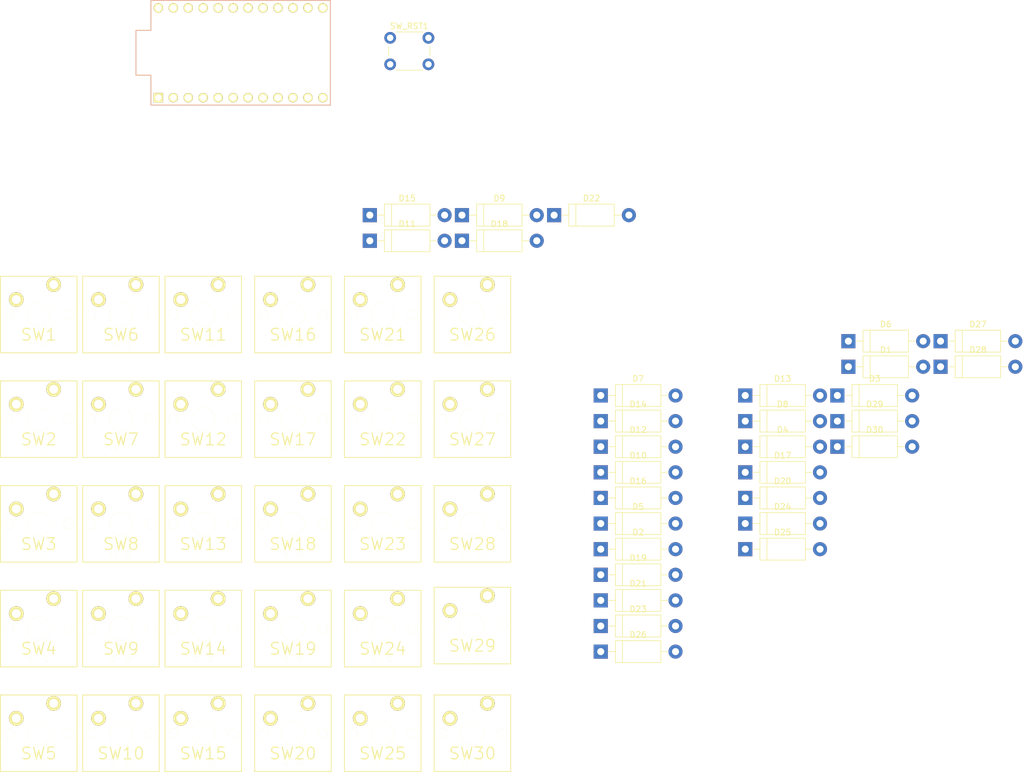
<source format=kicad_pcb>
(kicad_pcb (version 20171130) (host pcbnew "(5.0.0)")

  (general
    (thickness 1.6)
    (drawings 0)
    (tracks 0)
    (zones 0)
    (modules 62)
    (nets 53)
  )

  (page A4)
  (layers
    (0 F.Cu signal)
    (31 B.Cu signal)
    (32 B.Adhes user)
    (33 F.Adhes user)
    (34 B.Paste user)
    (35 F.Paste user)
    (36 B.SilkS user)
    (37 F.SilkS user)
    (38 B.Mask user)
    (39 F.Mask user)
    (40 Dwgs.User user)
    (41 Cmts.User user)
    (42 Eco1.User user)
    (43 Eco2.User user)
    (44 Edge.Cuts user)
    (45 Margin user)
    (46 B.CrtYd user)
    (47 F.CrtYd user)
    (48 B.Fab user)
    (49 F.Fab user)
  )

  (setup
    (last_trace_width 0.25)
    (trace_clearance 0.2)
    (zone_clearance 0.508)
    (zone_45_only no)
    (trace_min 0.2)
    (segment_width 0.2)
    (edge_width 0.15)
    (via_size 0.8)
    (via_drill 0.4)
    (via_min_size 0.4)
    (via_min_drill 0.3)
    (uvia_size 0.3)
    (uvia_drill 0.1)
    (uvias_allowed no)
    (uvia_min_size 0.2)
    (uvia_min_drill 0.1)
    (pcb_text_width 0.3)
    (pcb_text_size 1.5 1.5)
    (mod_edge_width 0.15)
    (mod_text_size 1 1)
    (mod_text_width 0.15)
    (pad_size 1.524 1.524)
    (pad_drill 0.762)
    (pad_to_mask_clearance 0.2)
    (aux_axis_origin 0 0)
    (visible_elements FFFFFF7F)
    (pcbplotparams
      (layerselection 0x010fc_ffffffff)
      (usegerberextensions false)
      (usegerberattributes false)
      (usegerberadvancedattributes false)
      (creategerberjobfile false)
      (excludeedgelayer true)
      (linewidth 0.100000)
      (plotframeref false)
      (viasonmask false)
      (mode 1)
      (useauxorigin false)
      (hpglpennumber 1)
      (hpglpenspeed 20)
      (hpglpendiameter 15.000000)
      (psnegative false)
      (psa4output false)
      (plotreference true)
      (plotvalue true)
      (plotinvisibletext false)
      (padsonsilk false)
      (subtractmaskfromsilk false)
      (outputformat 1)
      (mirror false)
      (drillshape 1)
      (scaleselection 1)
      (outputdirectory ""))
  )

  (net 0 "")
  (net 1 /row0)
  (net 2 "Net-(D1-Pad1)")
  (net 3 "Net-(D2-Pad1)")
  (net 4 /row1)
  (net 5 /row2)
  (net 6 "Net-(D3-Pad1)")
  (net 7 "Net-(D4-Pad1)")
  (net 8 /row3)
  (net 9 /row4)
  (net 10 "Net-(D5-Pad1)")
  (net 11 "Net-(D6-Pad1)")
  (net 12 "Net-(D7-Pad1)")
  (net 13 "Net-(D8-Pad1)")
  (net 14 "Net-(D9-Pad1)")
  (net 15 "Net-(D10-Pad1)")
  (net 16 "Net-(D11-Pad1)")
  (net 17 "Net-(D12-Pad1)")
  (net 18 "Net-(D13-Pad1)")
  (net 19 "Net-(D14-Pad1)")
  (net 20 "Net-(D15-Pad1)")
  (net 21 "Net-(D16-Pad1)")
  (net 22 "Net-(D17-Pad1)")
  (net 23 "Net-(D18-Pad1)")
  (net 24 "Net-(D19-Pad1)")
  (net 25 "Net-(D20-Pad1)")
  (net 26 "Net-(D21-Pad1)")
  (net 27 "Net-(D22-Pad1)")
  (net 28 "Net-(D23-Pad1)")
  (net 29 "Net-(D24-Pad1)")
  (net 30 "Net-(D25-Pad1)")
  (net 31 "Net-(D26-Pad1)")
  (net 32 "Net-(D27-Pad1)")
  (net 33 "Net-(D28-Pad1)")
  (net 34 "Net-(D29-Pad1)")
  (net 35 "Net-(D30-Pad1)")
  (net 36 /col0)
  (net 37 /col1)
  (net 38 /col2)
  (net 39 /col3)
  (net 40 /col4)
  (net 41 /col5)
  (net 42 "Net-(SW_RST1-Pad1)")
  (net 43 GND)
  (net 44 "Net-(U1-Pad1)")
  (net 45 "Net-(U1-Pad2)")
  (net 46 "Net-(U1-Pad5)")
  (net 47 "Net-(U1-Pad6)")
  (net 48 "Net-(U1-Pad7)")
  (net 49 "Net-(U1-Pad19)")
  (net 50 "Net-(U1-Pad20)")
  (net 51 VCC)
  (net 52 "Net-(U1-Pad24)")

  (net_class Default "これはデフォルトのネット クラスです。"
    (clearance 0.2)
    (trace_width 0.25)
    (via_dia 0.8)
    (via_drill 0.4)
    (uvia_dia 0.3)
    (uvia_drill 0.1)
    (add_net /col0)
    (add_net /col1)
    (add_net /col2)
    (add_net /col3)
    (add_net /col4)
    (add_net /col5)
    (add_net /row0)
    (add_net /row1)
    (add_net /row2)
    (add_net /row3)
    (add_net /row4)
    (add_net GND)
    (add_net "Net-(D1-Pad1)")
    (add_net "Net-(D10-Pad1)")
    (add_net "Net-(D11-Pad1)")
    (add_net "Net-(D12-Pad1)")
    (add_net "Net-(D13-Pad1)")
    (add_net "Net-(D14-Pad1)")
    (add_net "Net-(D15-Pad1)")
    (add_net "Net-(D16-Pad1)")
    (add_net "Net-(D17-Pad1)")
    (add_net "Net-(D18-Pad1)")
    (add_net "Net-(D19-Pad1)")
    (add_net "Net-(D2-Pad1)")
    (add_net "Net-(D20-Pad1)")
    (add_net "Net-(D21-Pad1)")
    (add_net "Net-(D22-Pad1)")
    (add_net "Net-(D23-Pad1)")
    (add_net "Net-(D24-Pad1)")
    (add_net "Net-(D25-Pad1)")
    (add_net "Net-(D26-Pad1)")
    (add_net "Net-(D27-Pad1)")
    (add_net "Net-(D28-Pad1)")
    (add_net "Net-(D29-Pad1)")
    (add_net "Net-(D3-Pad1)")
    (add_net "Net-(D30-Pad1)")
    (add_net "Net-(D4-Pad1)")
    (add_net "Net-(D5-Pad1)")
    (add_net "Net-(D6-Pad1)")
    (add_net "Net-(D7-Pad1)")
    (add_net "Net-(D8-Pad1)")
    (add_net "Net-(D9-Pad1)")
    (add_net "Net-(SW_RST1-Pad1)")
    (add_net "Net-(U1-Pad1)")
    (add_net "Net-(U1-Pad19)")
    (add_net "Net-(U1-Pad2)")
    (add_net "Net-(U1-Pad20)")
    (add_net "Net-(U1-Pad24)")
    (add_net "Net-(U1-Pad5)")
    (add_net "Net-(U1-Pad6)")
    (add_net "Net-(U1-Pad7)")
    (add_net VCC)
  )

  (module Diodes_THT:D_DO-15_P12.70mm_Horizontal (layer F.Cu) (tedit 5921392E) (tstamp 5B9DDD9D)
    (at 204.825001 85.075001)
    (descr "D, DO-15 series, Axial, Horizontal, pin pitch=12.7mm, , length*diameter=7.6*3.6mm^2, , http://www.diodes.com/_files/packages/DO-15.pdf")
    (tags "D DO-15 series Axial Horizontal pin pitch 12.7mm  length 7.6mm diameter 3.6mm")
    (path /5B9DBB73)
    (fp_text reference D1 (at 6.35 -2.86) (layer F.SilkS)
      (effects (font (size 1 1) (thickness 0.15)))
    )
    (fp_text value DIODE (at 6.35 2.86) (layer F.Fab)
      (effects (font (size 1 1) (thickness 0.15)))
    )
    (fp_line (start 14.15 -2.15) (end -1.45 -2.15) (layer F.CrtYd) (width 0.05))
    (fp_line (start 14.15 2.15) (end 14.15 -2.15) (layer F.CrtYd) (width 0.05))
    (fp_line (start -1.45 2.15) (end 14.15 2.15) (layer F.CrtYd) (width 0.05))
    (fp_line (start -1.45 -2.15) (end -1.45 2.15) (layer F.CrtYd) (width 0.05))
    (fp_line (start 3.69 -1.86) (end 3.69 1.86) (layer F.SilkS) (width 0.12))
    (fp_line (start 11.32 0) (end 10.21 0) (layer F.SilkS) (width 0.12))
    (fp_line (start 1.38 0) (end 2.49 0) (layer F.SilkS) (width 0.12))
    (fp_line (start 10.21 -1.86) (end 2.49 -1.86) (layer F.SilkS) (width 0.12))
    (fp_line (start 10.21 1.86) (end 10.21 -1.86) (layer F.SilkS) (width 0.12))
    (fp_line (start 2.49 1.86) (end 10.21 1.86) (layer F.SilkS) (width 0.12))
    (fp_line (start 2.49 -1.86) (end 2.49 1.86) (layer F.SilkS) (width 0.12))
    (fp_line (start 3.69 -1.8) (end 3.69 1.8) (layer F.Fab) (width 0.1))
    (fp_line (start 12.7 0) (end 10.15 0) (layer F.Fab) (width 0.1))
    (fp_line (start 0 0) (end 2.55 0) (layer F.Fab) (width 0.1))
    (fp_line (start 10.15 -1.8) (end 2.55 -1.8) (layer F.Fab) (width 0.1))
    (fp_line (start 10.15 1.8) (end 10.15 -1.8) (layer F.Fab) (width 0.1))
    (fp_line (start 2.55 1.8) (end 10.15 1.8) (layer F.Fab) (width 0.1))
    (fp_line (start 2.55 -1.8) (end 2.55 1.8) (layer F.Fab) (width 0.1))
    (fp_text user %R (at 6.35 0) (layer F.Fab)
      (effects (font (size 1 1) (thickness 0.15)))
    )
    (pad 2 thru_hole oval (at 12.7 0) (size 2.4 2.4) (drill 1.2) (layers *.Cu *.Mask)
      (net 1 /row0))
    (pad 1 thru_hole rect (at 0 0) (size 2.4 2.4) (drill 1.2) (layers *.Cu *.Mask)
      (net 2 "Net-(D1-Pad1)"))
    (model ${KISYS3DMOD}/Diodes_THT.3dshapes/D_DO-15_P12.70mm_Horizontal.wrl
      (at (xyz 0 0 0))
      (scale (xyz 0.393701 0.393701 0.393701))
      (rotate (xyz 0 0 0))
    )
  )

  (module Diodes_THT:D_DO-15_P12.70mm_Horizontal (layer F.Cu) (tedit 5921392E) (tstamp 5B9DDDB6)
    (at 162.765001 116.055001)
    (descr "D, DO-15 series, Axial, Horizontal, pin pitch=12.7mm, , length*diameter=7.6*3.6mm^2, , http://www.diodes.com/_files/packages/DO-15.pdf")
    (tags "D DO-15 series Axial Horizontal pin pitch 12.7mm  length 7.6mm diameter 3.6mm")
    (path /5B9DC152)
    (fp_text reference D2 (at 6.35 -2.86) (layer F.SilkS)
      (effects (font (size 1 1) (thickness 0.15)))
    )
    (fp_text value DIODE (at 6.35 2.86) (layer F.Fab)
      (effects (font (size 1 1) (thickness 0.15)))
    )
    (fp_text user %R (at 6.35 0) (layer F.Fab)
      (effects (font (size 1 1) (thickness 0.15)))
    )
    (fp_line (start 2.55 -1.8) (end 2.55 1.8) (layer F.Fab) (width 0.1))
    (fp_line (start 2.55 1.8) (end 10.15 1.8) (layer F.Fab) (width 0.1))
    (fp_line (start 10.15 1.8) (end 10.15 -1.8) (layer F.Fab) (width 0.1))
    (fp_line (start 10.15 -1.8) (end 2.55 -1.8) (layer F.Fab) (width 0.1))
    (fp_line (start 0 0) (end 2.55 0) (layer F.Fab) (width 0.1))
    (fp_line (start 12.7 0) (end 10.15 0) (layer F.Fab) (width 0.1))
    (fp_line (start 3.69 -1.8) (end 3.69 1.8) (layer F.Fab) (width 0.1))
    (fp_line (start 2.49 -1.86) (end 2.49 1.86) (layer F.SilkS) (width 0.12))
    (fp_line (start 2.49 1.86) (end 10.21 1.86) (layer F.SilkS) (width 0.12))
    (fp_line (start 10.21 1.86) (end 10.21 -1.86) (layer F.SilkS) (width 0.12))
    (fp_line (start 10.21 -1.86) (end 2.49 -1.86) (layer F.SilkS) (width 0.12))
    (fp_line (start 1.38 0) (end 2.49 0) (layer F.SilkS) (width 0.12))
    (fp_line (start 11.32 0) (end 10.21 0) (layer F.SilkS) (width 0.12))
    (fp_line (start 3.69 -1.86) (end 3.69 1.86) (layer F.SilkS) (width 0.12))
    (fp_line (start -1.45 -2.15) (end -1.45 2.15) (layer F.CrtYd) (width 0.05))
    (fp_line (start -1.45 2.15) (end 14.15 2.15) (layer F.CrtYd) (width 0.05))
    (fp_line (start 14.15 2.15) (end 14.15 -2.15) (layer F.CrtYd) (width 0.05))
    (fp_line (start 14.15 -2.15) (end -1.45 -2.15) (layer F.CrtYd) (width 0.05))
    (pad 1 thru_hole rect (at 0 0) (size 2.4 2.4) (drill 1.2) (layers *.Cu *.Mask)
      (net 3 "Net-(D2-Pad1)"))
    (pad 2 thru_hole oval (at 12.7 0) (size 2.4 2.4) (drill 1.2) (layers *.Cu *.Mask)
      (net 4 /row1))
    (model ${KISYS3DMOD}/Diodes_THT.3dshapes/D_DO-15_P12.70mm_Horizontal.wrl
      (at (xyz 0 0 0))
      (scale (xyz 0.393701 0.393701 0.393701))
      (rotate (xyz 0 0 0))
    )
  )

  (module Diodes_THT:D_DO-15_P12.70mm_Horizontal (layer F.Cu) (tedit 5921392E) (tstamp 5B9DDDCF)
    (at 202.955001 89.955001)
    (descr "D, DO-15 series, Axial, Horizontal, pin pitch=12.7mm, , length*diameter=7.6*3.6mm^2, , http://www.diodes.com/_files/packages/DO-15.pdf")
    (tags "D DO-15 series Axial Horizontal pin pitch 12.7mm  length 7.6mm diameter 3.6mm")
    (path /5B9DC2B2)
    (fp_text reference D3 (at 6.35 -2.86) (layer F.SilkS)
      (effects (font (size 1 1) (thickness 0.15)))
    )
    (fp_text value DIODE (at 6.35 2.86) (layer F.Fab)
      (effects (font (size 1 1) (thickness 0.15)))
    )
    (fp_line (start 14.15 -2.15) (end -1.45 -2.15) (layer F.CrtYd) (width 0.05))
    (fp_line (start 14.15 2.15) (end 14.15 -2.15) (layer F.CrtYd) (width 0.05))
    (fp_line (start -1.45 2.15) (end 14.15 2.15) (layer F.CrtYd) (width 0.05))
    (fp_line (start -1.45 -2.15) (end -1.45 2.15) (layer F.CrtYd) (width 0.05))
    (fp_line (start 3.69 -1.86) (end 3.69 1.86) (layer F.SilkS) (width 0.12))
    (fp_line (start 11.32 0) (end 10.21 0) (layer F.SilkS) (width 0.12))
    (fp_line (start 1.38 0) (end 2.49 0) (layer F.SilkS) (width 0.12))
    (fp_line (start 10.21 -1.86) (end 2.49 -1.86) (layer F.SilkS) (width 0.12))
    (fp_line (start 10.21 1.86) (end 10.21 -1.86) (layer F.SilkS) (width 0.12))
    (fp_line (start 2.49 1.86) (end 10.21 1.86) (layer F.SilkS) (width 0.12))
    (fp_line (start 2.49 -1.86) (end 2.49 1.86) (layer F.SilkS) (width 0.12))
    (fp_line (start 3.69 -1.8) (end 3.69 1.8) (layer F.Fab) (width 0.1))
    (fp_line (start 12.7 0) (end 10.15 0) (layer F.Fab) (width 0.1))
    (fp_line (start 0 0) (end 2.55 0) (layer F.Fab) (width 0.1))
    (fp_line (start 10.15 -1.8) (end 2.55 -1.8) (layer F.Fab) (width 0.1))
    (fp_line (start 10.15 1.8) (end 10.15 -1.8) (layer F.Fab) (width 0.1))
    (fp_line (start 2.55 1.8) (end 10.15 1.8) (layer F.Fab) (width 0.1))
    (fp_line (start 2.55 -1.8) (end 2.55 1.8) (layer F.Fab) (width 0.1))
    (fp_text user %R (at 6.35 0) (layer F.Fab)
      (effects (font (size 1 1) (thickness 0.15)))
    )
    (pad 2 thru_hole oval (at 12.7 0) (size 2.4 2.4) (drill 1.2) (layers *.Cu *.Mask)
      (net 5 /row2))
    (pad 1 thru_hole rect (at 0 0) (size 2.4 2.4) (drill 1.2) (layers *.Cu *.Mask)
      (net 6 "Net-(D3-Pad1)"))
    (model ${KISYS3DMOD}/Diodes_THT.3dshapes/D_DO-15_P12.70mm_Horizontal.wrl
      (at (xyz 0 0 0))
      (scale (xyz 0.393701 0.393701 0.393701))
      (rotate (xyz 0 0 0))
    )
  )

  (module Diodes_THT:D_DO-15_P12.70mm_Horizontal (layer F.Cu) (tedit 5921392E) (tstamp 5B9DDDE8)
    (at 187.305001 98.655001)
    (descr "D, DO-15 series, Axial, Horizontal, pin pitch=12.7mm, , length*diameter=7.6*3.6mm^2, , http://www.diodes.com/_files/packages/DO-15.pdf")
    (tags "D DO-15 series Axial Horizontal pin pitch 12.7mm  length 7.6mm diameter 3.6mm")
    (path /5B9DC35C)
    (fp_text reference D4 (at 6.35 -2.86) (layer F.SilkS)
      (effects (font (size 1 1) (thickness 0.15)))
    )
    (fp_text value DIODE (at 6.35 2.86) (layer F.Fab)
      (effects (font (size 1 1) (thickness 0.15)))
    )
    (fp_text user %R (at 6.35 0) (layer F.Fab)
      (effects (font (size 1 1) (thickness 0.15)))
    )
    (fp_line (start 2.55 -1.8) (end 2.55 1.8) (layer F.Fab) (width 0.1))
    (fp_line (start 2.55 1.8) (end 10.15 1.8) (layer F.Fab) (width 0.1))
    (fp_line (start 10.15 1.8) (end 10.15 -1.8) (layer F.Fab) (width 0.1))
    (fp_line (start 10.15 -1.8) (end 2.55 -1.8) (layer F.Fab) (width 0.1))
    (fp_line (start 0 0) (end 2.55 0) (layer F.Fab) (width 0.1))
    (fp_line (start 12.7 0) (end 10.15 0) (layer F.Fab) (width 0.1))
    (fp_line (start 3.69 -1.8) (end 3.69 1.8) (layer F.Fab) (width 0.1))
    (fp_line (start 2.49 -1.86) (end 2.49 1.86) (layer F.SilkS) (width 0.12))
    (fp_line (start 2.49 1.86) (end 10.21 1.86) (layer F.SilkS) (width 0.12))
    (fp_line (start 10.21 1.86) (end 10.21 -1.86) (layer F.SilkS) (width 0.12))
    (fp_line (start 10.21 -1.86) (end 2.49 -1.86) (layer F.SilkS) (width 0.12))
    (fp_line (start 1.38 0) (end 2.49 0) (layer F.SilkS) (width 0.12))
    (fp_line (start 11.32 0) (end 10.21 0) (layer F.SilkS) (width 0.12))
    (fp_line (start 3.69 -1.86) (end 3.69 1.86) (layer F.SilkS) (width 0.12))
    (fp_line (start -1.45 -2.15) (end -1.45 2.15) (layer F.CrtYd) (width 0.05))
    (fp_line (start -1.45 2.15) (end 14.15 2.15) (layer F.CrtYd) (width 0.05))
    (fp_line (start 14.15 2.15) (end 14.15 -2.15) (layer F.CrtYd) (width 0.05))
    (fp_line (start 14.15 -2.15) (end -1.45 -2.15) (layer F.CrtYd) (width 0.05))
    (pad 1 thru_hole rect (at 0 0) (size 2.4 2.4) (drill 1.2) (layers *.Cu *.Mask)
      (net 7 "Net-(D4-Pad1)"))
    (pad 2 thru_hole oval (at 12.7 0) (size 2.4 2.4) (drill 1.2) (layers *.Cu *.Mask)
      (net 8 /row3))
    (model ${KISYS3DMOD}/Diodes_THT.3dshapes/D_DO-15_P12.70mm_Horizontal.wrl
      (at (xyz 0 0 0))
      (scale (xyz 0.393701 0.393701 0.393701))
      (rotate (xyz 0 0 0))
    )
  )

  (module Diodes_THT:D_DO-15_P12.70mm_Horizontal (layer F.Cu) (tedit 5921392E) (tstamp 5B9DDE01)
    (at 162.765001 111.705001)
    (descr "D, DO-15 series, Axial, Horizontal, pin pitch=12.7mm, , length*diameter=7.6*3.6mm^2, , http://www.diodes.com/_files/packages/DO-15.pdf")
    (tags "D DO-15 series Axial Horizontal pin pitch 12.7mm  length 7.6mm diameter 3.6mm")
    (path /5B9DC504)
    (fp_text reference D5 (at 6.35 -2.86) (layer F.SilkS)
      (effects (font (size 1 1) (thickness 0.15)))
    )
    (fp_text value DIODE (at 6.35 2.86) (layer F.Fab)
      (effects (font (size 1 1) (thickness 0.15)))
    )
    (fp_line (start 14.15 -2.15) (end -1.45 -2.15) (layer F.CrtYd) (width 0.05))
    (fp_line (start 14.15 2.15) (end 14.15 -2.15) (layer F.CrtYd) (width 0.05))
    (fp_line (start -1.45 2.15) (end 14.15 2.15) (layer F.CrtYd) (width 0.05))
    (fp_line (start -1.45 -2.15) (end -1.45 2.15) (layer F.CrtYd) (width 0.05))
    (fp_line (start 3.69 -1.86) (end 3.69 1.86) (layer F.SilkS) (width 0.12))
    (fp_line (start 11.32 0) (end 10.21 0) (layer F.SilkS) (width 0.12))
    (fp_line (start 1.38 0) (end 2.49 0) (layer F.SilkS) (width 0.12))
    (fp_line (start 10.21 -1.86) (end 2.49 -1.86) (layer F.SilkS) (width 0.12))
    (fp_line (start 10.21 1.86) (end 10.21 -1.86) (layer F.SilkS) (width 0.12))
    (fp_line (start 2.49 1.86) (end 10.21 1.86) (layer F.SilkS) (width 0.12))
    (fp_line (start 2.49 -1.86) (end 2.49 1.86) (layer F.SilkS) (width 0.12))
    (fp_line (start 3.69 -1.8) (end 3.69 1.8) (layer F.Fab) (width 0.1))
    (fp_line (start 12.7 0) (end 10.15 0) (layer F.Fab) (width 0.1))
    (fp_line (start 0 0) (end 2.55 0) (layer F.Fab) (width 0.1))
    (fp_line (start 10.15 -1.8) (end 2.55 -1.8) (layer F.Fab) (width 0.1))
    (fp_line (start 10.15 1.8) (end 10.15 -1.8) (layer F.Fab) (width 0.1))
    (fp_line (start 2.55 1.8) (end 10.15 1.8) (layer F.Fab) (width 0.1))
    (fp_line (start 2.55 -1.8) (end 2.55 1.8) (layer F.Fab) (width 0.1))
    (fp_text user %R (at 6.35 0) (layer F.Fab)
      (effects (font (size 1 1) (thickness 0.15)))
    )
    (pad 2 thru_hole oval (at 12.7 0) (size 2.4 2.4) (drill 1.2) (layers *.Cu *.Mask)
      (net 9 /row4))
    (pad 1 thru_hole rect (at 0 0) (size 2.4 2.4) (drill 1.2) (layers *.Cu *.Mask)
      (net 10 "Net-(D5-Pad1)"))
    (model ${KISYS3DMOD}/Diodes_THT.3dshapes/D_DO-15_P12.70mm_Horizontal.wrl
      (at (xyz 0 0 0))
      (scale (xyz 0.393701 0.393701 0.393701))
      (rotate (xyz 0 0 0))
    )
  )

  (module Diodes_THT:D_DO-15_P12.70mm_Horizontal (layer F.Cu) (tedit 5921392E) (tstamp 5B9DDE1A)
    (at 204.825001 80.725001)
    (descr "D, DO-15 series, Axial, Horizontal, pin pitch=12.7mm, , length*diameter=7.6*3.6mm^2, , http://www.diodes.com/_files/packages/DO-15.pdf")
    (tags "D DO-15 series Axial Horizontal pin pitch 12.7mm  length 7.6mm diameter 3.6mm")
    (path /5B9DCB05)
    (fp_text reference D6 (at 6.35 -2.86) (layer F.SilkS)
      (effects (font (size 1 1) (thickness 0.15)))
    )
    (fp_text value DIODE (at 6.35 2.86) (layer F.Fab)
      (effects (font (size 1 1) (thickness 0.15)))
    )
    (fp_text user %R (at 6.35 0) (layer F.Fab)
      (effects (font (size 1 1) (thickness 0.15)))
    )
    (fp_line (start 2.55 -1.8) (end 2.55 1.8) (layer F.Fab) (width 0.1))
    (fp_line (start 2.55 1.8) (end 10.15 1.8) (layer F.Fab) (width 0.1))
    (fp_line (start 10.15 1.8) (end 10.15 -1.8) (layer F.Fab) (width 0.1))
    (fp_line (start 10.15 -1.8) (end 2.55 -1.8) (layer F.Fab) (width 0.1))
    (fp_line (start 0 0) (end 2.55 0) (layer F.Fab) (width 0.1))
    (fp_line (start 12.7 0) (end 10.15 0) (layer F.Fab) (width 0.1))
    (fp_line (start 3.69 -1.8) (end 3.69 1.8) (layer F.Fab) (width 0.1))
    (fp_line (start 2.49 -1.86) (end 2.49 1.86) (layer F.SilkS) (width 0.12))
    (fp_line (start 2.49 1.86) (end 10.21 1.86) (layer F.SilkS) (width 0.12))
    (fp_line (start 10.21 1.86) (end 10.21 -1.86) (layer F.SilkS) (width 0.12))
    (fp_line (start 10.21 -1.86) (end 2.49 -1.86) (layer F.SilkS) (width 0.12))
    (fp_line (start 1.38 0) (end 2.49 0) (layer F.SilkS) (width 0.12))
    (fp_line (start 11.32 0) (end 10.21 0) (layer F.SilkS) (width 0.12))
    (fp_line (start 3.69 -1.86) (end 3.69 1.86) (layer F.SilkS) (width 0.12))
    (fp_line (start -1.45 -2.15) (end -1.45 2.15) (layer F.CrtYd) (width 0.05))
    (fp_line (start -1.45 2.15) (end 14.15 2.15) (layer F.CrtYd) (width 0.05))
    (fp_line (start 14.15 2.15) (end 14.15 -2.15) (layer F.CrtYd) (width 0.05))
    (fp_line (start 14.15 -2.15) (end -1.45 -2.15) (layer F.CrtYd) (width 0.05))
    (pad 1 thru_hole rect (at 0 0) (size 2.4 2.4) (drill 1.2) (layers *.Cu *.Mask)
      (net 11 "Net-(D6-Pad1)"))
    (pad 2 thru_hole oval (at 12.7 0) (size 2.4 2.4) (drill 1.2) (layers *.Cu *.Mask)
      (net 1 /row0))
    (model ${KISYS3DMOD}/Diodes_THT.3dshapes/D_DO-15_P12.70mm_Horizontal.wrl
      (at (xyz 0 0 0))
      (scale (xyz 0.393701 0.393701 0.393701))
      (rotate (xyz 0 0 0))
    )
  )

  (module Diodes_THT:D_DO-15_P12.70mm_Horizontal (layer F.Cu) (tedit 5921392E) (tstamp 5B9DDE33)
    (at 162.765001 89.955001)
    (descr "D, DO-15 series, Axial, Horizontal, pin pitch=12.7mm, , length*diameter=7.6*3.6mm^2, , http://www.diodes.com/_files/packages/DO-15.pdf")
    (tags "D DO-15 series Axial Horizontal pin pitch 12.7mm  length 7.6mm diameter 3.6mm")
    (path /5B9DCB13)
    (fp_text reference D7 (at 6.35 -2.86) (layer F.SilkS)
      (effects (font (size 1 1) (thickness 0.15)))
    )
    (fp_text value DIODE (at 6.35 2.86) (layer F.Fab)
      (effects (font (size 1 1) (thickness 0.15)))
    )
    (fp_line (start 14.15 -2.15) (end -1.45 -2.15) (layer F.CrtYd) (width 0.05))
    (fp_line (start 14.15 2.15) (end 14.15 -2.15) (layer F.CrtYd) (width 0.05))
    (fp_line (start -1.45 2.15) (end 14.15 2.15) (layer F.CrtYd) (width 0.05))
    (fp_line (start -1.45 -2.15) (end -1.45 2.15) (layer F.CrtYd) (width 0.05))
    (fp_line (start 3.69 -1.86) (end 3.69 1.86) (layer F.SilkS) (width 0.12))
    (fp_line (start 11.32 0) (end 10.21 0) (layer F.SilkS) (width 0.12))
    (fp_line (start 1.38 0) (end 2.49 0) (layer F.SilkS) (width 0.12))
    (fp_line (start 10.21 -1.86) (end 2.49 -1.86) (layer F.SilkS) (width 0.12))
    (fp_line (start 10.21 1.86) (end 10.21 -1.86) (layer F.SilkS) (width 0.12))
    (fp_line (start 2.49 1.86) (end 10.21 1.86) (layer F.SilkS) (width 0.12))
    (fp_line (start 2.49 -1.86) (end 2.49 1.86) (layer F.SilkS) (width 0.12))
    (fp_line (start 3.69 -1.8) (end 3.69 1.8) (layer F.Fab) (width 0.1))
    (fp_line (start 12.7 0) (end 10.15 0) (layer F.Fab) (width 0.1))
    (fp_line (start 0 0) (end 2.55 0) (layer F.Fab) (width 0.1))
    (fp_line (start 10.15 -1.8) (end 2.55 -1.8) (layer F.Fab) (width 0.1))
    (fp_line (start 10.15 1.8) (end 10.15 -1.8) (layer F.Fab) (width 0.1))
    (fp_line (start 2.55 1.8) (end 10.15 1.8) (layer F.Fab) (width 0.1))
    (fp_line (start 2.55 -1.8) (end 2.55 1.8) (layer F.Fab) (width 0.1))
    (fp_text user %R (at 6.35 0) (layer F.Fab)
      (effects (font (size 1 1) (thickness 0.15)))
    )
    (pad 2 thru_hole oval (at 12.7 0) (size 2.4 2.4) (drill 1.2) (layers *.Cu *.Mask)
      (net 4 /row1))
    (pad 1 thru_hole rect (at 0 0) (size 2.4 2.4) (drill 1.2) (layers *.Cu *.Mask)
      (net 12 "Net-(D7-Pad1)"))
    (model ${KISYS3DMOD}/Diodes_THT.3dshapes/D_DO-15_P12.70mm_Horizontal.wrl
      (at (xyz 0 0 0))
      (scale (xyz 0.393701 0.393701 0.393701))
      (rotate (xyz 0 0 0))
    )
  )

  (module Diodes_THT:D_DO-15_P12.70mm_Horizontal (layer F.Cu) (tedit 5921392E) (tstamp 5B9DDE4C)
    (at 187.305001 94.305001)
    (descr "D, DO-15 series, Axial, Horizontal, pin pitch=12.7mm, , length*diameter=7.6*3.6mm^2, , http://www.diodes.com/_files/packages/DO-15.pdf")
    (tags "D DO-15 series Axial Horizontal pin pitch 12.7mm  length 7.6mm diameter 3.6mm")
    (path /5B9DCB21)
    (fp_text reference D8 (at 6.35 -2.86) (layer F.SilkS)
      (effects (font (size 1 1) (thickness 0.15)))
    )
    (fp_text value DIODE (at 6.35 2.86) (layer F.Fab)
      (effects (font (size 1 1) (thickness 0.15)))
    )
    (fp_text user %R (at 6.35 0) (layer F.Fab)
      (effects (font (size 1 1) (thickness 0.15)))
    )
    (fp_line (start 2.55 -1.8) (end 2.55 1.8) (layer F.Fab) (width 0.1))
    (fp_line (start 2.55 1.8) (end 10.15 1.8) (layer F.Fab) (width 0.1))
    (fp_line (start 10.15 1.8) (end 10.15 -1.8) (layer F.Fab) (width 0.1))
    (fp_line (start 10.15 -1.8) (end 2.55 -1.8) (layer F.Fab) (width 0.1))
    (fp_line (start 0 0) (end 2.55 0) (layer F.Fab) (width 0.1))
    (fp_line (start 12.7 0) (end 10.15 0) (layer F.Fab) (width 0.1))
    (fp_line (start 3.69 -1.8) (end 3.69 1.8) (layer F.Fab) (width 0.1))
    (fp_line (start 2.49 -1.86) (end 2.49 1.86) (layer F.SilkS) (width 0.12))
    (fp_line (start 2.49 1.86) (end 10.21 1.86) (layer F.SilkS) (width 0.12))
    (fp_line (start 10.21 1.86) (end 10.21 -1.86) (layer F.SilkS) (width 0.12))
    (fp_line (start 10.21 -1.86) (end 2.49 -1.86) (layer F.SilkS) (width 0.12))
    (fp_line (start 1.38 0) (end 2.49 0) (layer F.SilkS) (width 0.12))
    (fp_line (start 11.32 0) (end 10.21 0) (layer F.SilkS) (width 0.12))
    (fp_line (start 3.69 -1.86) (end 3.69 1.86) (layer F.SilkS) (width 0.12))
    (fp_line (start -1.45 -2.15) (end -1.45 2.15) (layer F.CrtYd) (width 0.05))
    (fp_line (start -1.45 2.15) (end 14.15 2.15) (layer F.CrtYd) (width 0.05))
    (fp_line (start 14.15 2.15) (end 14.15 -2.15) (layer F.CrtYd) (width 0.05))
    (fp_line (start 14.15 -2.15) (end -1.45 -2.15) (layer F.CrtYd) (width 0.05))
    (pad 1 thru_hole rect (at 0 0) (size 2.4 2.4) (drill 1.2) (layers *.Cu *.Mask)
      (net 13 "Net-(D8-Pad1)"))
    (pad 2 thru_hole oval (at 12.7 0) (size 2.4 2.4) (drill 1.2) (layers *.Cu *.Mask)
      (net 5 /row2))
    (model ${KISYS3DMOD}/Diodes_THT.3dshapes/D_DO-15_P12.70mm_Horizontal.wrl
      (at (xyz 0 0 0))
      (scale (xyz 0.393701 0.393701 0.393701))
      (rotate (xyz 0 0 0))
    )
  )

  (module Diodes_THT:D_DO-15_P12.70mm_Horizontal (layer F.Cu) (tedit 5921392E) (tstamp 5B9DDE65)
    (at 139.195001 59.325001)
    (descr "D, DO-15 series, Axial, Horizontal, pin pitch=12.7mm, , length*diameter=7.6*3.6mm^2, , http://www.diodes.com/_files/packages/DO-15.pdf")
    (tags "D DO-15 series Axial Horizontal pin pitch 12.7mm  length 7.6mm diameter 3.6mm")
    (path /5B9DCB2F)
    (fp_text reference D9 (at 6.35 -2.86) (layer F.SilkS)
      (effects (font (size 1 1) (thickness 0.15)))
    )
    (fp_text value DIODE (at 6.35 2.86) (layer F.Fab)
      (effects (font (size 1 1) (thickness 0.15)))
    )
    (fp_line (start 14.15 -2.15) (end -1.45 -2.15) (layer F.CrtYd) (width 0.05))
    (fp_line (start 14.15 2.15) (end 14.15 -2.15) (layer F.CrtYd) (width 0.05))
    (fp_line (start -1.45 2.15) (end 14.15 2.15) (layer F.CrtYd) (width 0.05))
    (fp_line (start -1.45 -2.15) (end -1.45 2.15) (layer F.CrtYd) (width 0.05))
    (fp_line (start 3.69 -1.86) (end 3.69 1.86) (layer F.SilkS) (width 0.12))
    (fp_line (start 11.32 0) (end 10.21 0) (layer F.SilkS) (width 0.12))
    (fp_line (start 1.38 0) (end 2.49 0) (layer F.SilkS) (width 0.12))
    (fp_line (start 10.21 -1.86) (end 2.49 -1.86) (layer F.SilkS) (width 0.12))
    (fp_line (start 10.21 1.86) (end 10.21 -1.86) (layer F.SilkS) (width 0.12))
    (fp_line (start 2.49 1.86) (end 10.21 1.86) (layer F.SilkS) (width 0.12))
    (fp_line (start 2.49 -1.86) (end 2.49 1.86) (layer F.SilkS) (width 0.12))
    (fp_line (start 3.69 -1.8) (end 3.69 1.8) (layer F.Fab) (width 0.1))
    (fp_line (start 12.7 0) (end 10.15 0) (layer F.Fab) (width 0.1))
    (fp_line (start 0 0) (end 2.55 0) (layer F.Fab) (width 0.1))
    (fp_line (start 10.15 -1.8) (end 2.55 -1.8) (layer F.Fab) (width 0.1))
    (fp_line (start 10.15 1.8) (end 10.15 -1.8) (layer F.Fab) (width 0.1))
    (fp_line (start 2.55 1.8) (end 10.15 1.8) (layer F.Fab) (width 0.1))
    (fp_line (start 2.55 -1.8) (end 2.55 1.8) (layer F.Fab) (width 0.1))
    (fp_text user %R (at 6.35 0) (layer F.Fab)
      (effects (font (size 1 1) (thickness 0.15)))
    )
    (pad 2 thru_hole oval (at 12.7 0) (size 2.4 2.4) (drill 1.2) (layers *.Cu *.Mask)
      (net 8 /row3))
    (pad 1 thru_hole rect (at 0 0) (size 2.4 2.4) (drill 1.2) (layers *.Cu *.Mask)
      (net 14 "Net-(D9-Pad1)"))
    (model ${KISYS3DMOD}/Diodes_THT.3dshapes/D_DO-15_P12.70mm_Horizontal.wrl
      (at (xyz 0 0 0))
      (scale (xyz 0.393701 0.393701 0.393701))
      (rotate (xyz 0 0 0))
    )
  )

  (module Diodes_THT:D_DO-15_P12.70mm_Horizontal (layer F.Cu) (tedit 5921392E) (tstamp 5B9DDE7E)
    (at 162.765001 103.005001)
    (descr "D, DO-15 series, Axial, Horizontal, pin pitch=12.7mm, , length*diameter=7.6*3.6mm^2, , http://www.diodes.com/_files/packages/DO-15.pdf")
    (tags "D DO-15 series Axial Horizontal pin pitch 12.7mm  length 7.6mm diameter 3.6mm")
    (path /5B9DCB3D)
    (fp_text reference D10 (at 6.35 -2.86) (layer F.SilkS)
      (effects (font (size 1 1) (thickness 0.15)))
    )
    (fp_text value DIODE (at 6.35 2.86) (layer F.Fab)
      (effects (font (size 1 1) (thickness 0.15)))
    )
    (fp_text user %R (at 6.35 0) (layer F.Fab)
      (effects (font (size 1 1) (thickness 0.15)))
    )
    (fp_line (start 2.55 -1.8) (end 2.55 1.8) (layer F.Fab) (width 0.1))
    (fp_line (start 2.55 1.8) (end 10.15 1.8) (layer F.Fab) (width 0.1))
    (fp_line (start 10.15 1.8) (end 10.15 -1.8) (layer F.Fab) (width 0.1))
    (fp_line (start 10.15 -1.8) (end 2.55 -1.8) (layer F.Fab) (width 0.1))
    (fp_line (start 0 0) (end 2.55 0) (layer F.Fab) (width 0.1))
    (fp_line (start 12.7 0) (end 10.15 0) (layer F.Fab) (width 0.1))
    (fp_line (start 3.69 -1.8) (end 3.69 1.8) (layer F.Fab) (width 0.1))
    (fp_line (start 2.49 -1.86) (end 2.49 1.86) (layer F.SilkS) (width 0.12))
    (fp_line (start 2.49 1.86) (end 10.21 1.86) (layer F.SilkS) (width 0.12))
    (fp_line (start 10.21 1.86) (end 10.21 -1.86) (layer F.SilkS) (width 0.12))
    (fp_line (start 10.21 -1.86) (end 2.49 -1.86) (layer F.SilkS) (width 0.12))
    (fp_line (start 1.38 0) (end 2.49 0) (layer F.SilkS) (width 0.12))
    (fp_line (start 11.32 0) (end 10.21 0) (layer F.SilkS) (width 0.12))
    (fp_line (start 3.69 -1.86) (end 3.69 1.86) (layer F.SilkS) (width 0.12))
    (fp_line (start -1.45 -2.15) (end -1.45 2.15) (layer F.CrtYd) (width 0.05))
    (fp_line (start -1.45 2.15) (end 14.15 2.15) (layer F.CrtYd) (width 0.05))
    (fp_line (start 14.15 2.15) (end 14.15 -2.15) (layer F.CrtYd) (width 0.05))
    (fp_line (start 14.15 -2.15) (end -1.45 -2.15) (layer F.CrtYd) (width 0.05))
    (pad 1 thru_hole rect (at 0 0) (size 2.4 2.4) (drill 1.2) (layers *.Cu *.Mask)
      (net 15 "Net-(D10-Pad1)"))
    (pad 2 thru_hole oval (at 12.7 0) (size 2.4 2.4) (drill 1.2) (layers *.Cu *.Mask)
      (net 9 /row4))
    (model ${KISYS3DMOD}/Diodes_THT.3dshapes/D_DO-15_P12.70mm_Horizontal.wrl
      (at (xyz 0 0 0))
      (scale (xyz 0.393701 0.393701 0.393701))
      (rotate (xyz 0 0 0))
    )
  )

  (module Diodes_THT:D_DO-15_P12.70mm_Horizontal (layer F.Cu) (tedit 5921392E) (tstamp 5B9DDE97)
    (at 123.545001 63.675001)
    (descr "D, DO-15 series, Axial, Horizontal, pin pitch=12.7mm, , length*diameter=7.6*3.6mm^2, , http://www.diodes.com/_files/packages/DO-15.pdf")
    (tags "D DO-15 series Axial Horizontal pin pitch 12.7mm  length 7.6mm diameter 3.6mm")
    (path /5B9DCDCF)
    (fp_text reference D11 (at 6.35 -2.86) (layer F.SilkS)
      (effects (font (size 1 1) (thickness 0.15)))
    )
    (fp_text value DIODE (at 6.35 2.86) (layer F.Fab)
      (effects (font (size 1 1) (thickness 0.15)))
    )
    (fp_line (start 14.15 -2.15) (end -1.45 -2.15) (layer F.CrtYd) (width 0.05))
    (fp_line (start 14.15 2.15) (end 14.15 -2.15) (layer F.CrtYd) (width 0.05))
    (fp_line (start -1.45 2.15) (end 14.15 2.15) (layer F.CrtYd) (width 0.05))
    (fp_line (start -1.45 -2.15) (end -1.45 2.15) (layer F.CrtYd) (width 0.05))
    (fp_line (start 3.69 -1.86) (end 3.69 1.86) (layer F.SilkS) (width 0.12))
    (fp_line (start 11.32 0) (end 10.21 0) (layer F.SilkS) (width 0.12))
    (fp_line (start 1.38 0) (end 2.49 0) (layer F.SilkS) (width 0.12))
    (fp_line (start 10.21 -1.86) (end 2.49 -1.86) (layer F.SilkS) (width 0.12))
    (fp_line (start 10.21 1.86) (end 10.21 -1.86) (layer F.SilkS) (width 0.12))
    (fp_line (start 2.49 1.86) (end 10.21 1.86) (layer F.SilkS) (width 0.12))
    (fp_line (start 2.49 -1.86) (end 2.49 1.86) (layer F.SilkS) (width 0.12))
    (fp_line (start 3.69 -1.8) (end 3.69 1.8) (layer F.Fab) (width 0.1))
    (fp_line (start 12.7 0) (end 10.15 0) (layer F.Fab) (width 0.1))
    (fp_line (start 0 0) (end 2.55 0) (layer F.Fab) (width 0.1))
    (fp_line (start 10.15 -1.8) (end 2.55 -1.8) (layer F.Fab) (width 0.1))
    (fp_line (start 10.15 1.8) (end 10.15 -1.8) (layer F.Fab) (width 0.1))
    (fp_line (start 2.55 1.8) (end 10.15 1.8) (layer F.Fab) (width 0.1))
    (fp_line (start 2.55 -1.8) (end 2.55 1.8) (layer F.Fab) (width 0.1))
    (fp_text user %R (at 6.35 0) (layer F.Fab)
      (effects (font (size 1 1) (thickness 0.15)))
    )
    (pad 2 thru_hole oval (at 12.7 0) (size 2.4 2.4) (drill 1.2) (layers *.Cu *.Mask)
      (net 1 /row0))
    (pad 1 thru_hole rect (at 0 0) (size 2.4 2.4) (drill 1.2) (layers *.Cu *.Mask)
      (net 16 "Net-(D11-Pad1)"))
    (model ${KISYS3DMOD}/Diodes_THT.3dshapes/D_DO-15_P12.70mm_Horizontal.wrl
      (at (xyz 0 0 0))
      (scale (xyz 0.393701 0.393701 0.393701))
      (rotate (xyz 0 0 0))
    )
  )

  (module Diodes_THT:D_DO-15_P12.70mm_Horizontal (layer F.Cu) (tedit 5921392E) (tstamp 5B9DDEB0)
    (at 162.765001 98.655001)
    (descr "D, DO-15 series, Axial, Horizontal, pin pitch=12.7mm, , length*diameter=7.6*3.6mm^2, , http://www.diodes.com/_files/packages/DO-15.pdf")
    (tags "D DO-15 series Axial Horizontal pin pitch 12.7mm  length 7.6mm diameter 3.6mm")
    (path /5B9DCDDD)
    (fp_text reference D12 (at 6.35 -2.86) (layer F.SilkS)
      (effects (font (size 1 1) (thickness 0.15)))
    )
    (fp_text value DIODE (at 6.35 2.86) (layer F.Fab)
      (effects (font (size 1 1) (thickness 0.15)))
    )
    (fp_text user %R (at 6.35 0) (layer F.Fab)
      (effects (font (size 1 1) (thickness 0.15)))
    )
    (fp_line (start 2.55 -1.8) (end 2.55 1.8) (layer F.Fab) (width 0.1))
    (fp_line (start 2.55 1.8) (end 10.15 1.8) (layer F.Fab) (width 0.1))
    (fp_line (start 10.15 1.8) (end 10.15 -1.8) (layer F.Fab) (width 0.1))
    (fp_line (start 10.15 -1.8) (end 2.55 -1.8) (layer F.Fab) (width 0.1))
    (fp_line (start 0 0) (end 2.55 0) (layer F.Fab) (width 0.1))
    (fp_line (start 12.7 0) (end 10.15 0) (layer F.Fab) (width 0.1))
    (fp_line (start 3.69 -1.8) (end 3.69 1.8) (layer F.Fab) (width 0.1))
    (fp_line (start 2.49 -1.86) (end 2.49 1.86) (layer F.SilkS) (width 0.12))
    (fp_line (start 2.49 1.86) (end 10.21 1.86) (layer F.SilkS) (width 0.12))
    (fp_line (start 10.21 1.86) (end 10.21 -1.86) (layer F.SilkS) (width 0.12))
    (fp_line (start 10.21 -1.86) (end 2.49 -1.86) (layer F.SilkS) (width 0.12))
    (fp_line (start 1.38 0) (end 2.49 0) (layer F.SilkS) (width 0.12))
    (fp_line (start 11.32 0) (end 10.21 0) (layer F.SilkS) (width 0.12))
    (fp_line (start 3.69 -1.86) (end 3.69 1.86) (layer F.SilkS) (width 0.12))
    (fp_line (start -1.45 -2.15) (end -1.45 2.15) (layer F.CrtYd) (width 0.05))
    (fp_line (start -1.45 2.15) (end 14.15 2.15) (layer F.CrtYd) (width 0.05))
    (fp_line (start 14.15 2.15) (end 14.15 -2.15) (layer F.CrtYd) (width 0.05))
    (fp_line (start 14.15 -2.15) (end -1.45 -2.15) (layer F.CrtYd) (width 0.05))
    (pad 1 thru_hole rect (at 0 0) (size 2.4 2.4) (drill 1.2) (layers *.Cu *.Mask)
      (net 17 "Net-(D12-Pad1)"))
    (pad 2 thru_hole oval (at 12.7 0) (size 2.4 2.4) (drill 1.2) (layers *.Cu *.Mask)
      (net 4 /row1))
    (model ${KISYS3DMOD}/Diodes_THT.3dshapes/D_DO-15_P12.70mm_Horizontal.wrl
      (at (xyz 0 0 0))
      (scale (xyz 0.393701 0.393701 0.393701))
      (rotate (xyz 0 0 0))
    )
  )

  (module Diodes_THT:D_DO-15_P12.70mm_Horizontal (layer F.Cu) (tedit 5921392E) (tstamp 5B9DDEC9)
    (at 187.305001 89.955001)
    (descr "D, DO-15 series, Axial, Horizontal, pin pitch=12.7mm, , length*diameter=7.6*3.6mm^2, , http://www.diodes.com/_files/packages/DO-15.pdf")
    (tags "D DO-15 series Axial Horizontal pin pitch 12.7mm  length 7.6mm diameter 3.6mm")
    (path /5B9DCDEB)
    (fp_text reference D13 (at 6.35 -2.86) (layer F.SilkS)
      (effects (font (size 1 1) (thickness 0.15)))
    )
    (fp_text value DIODE (at 6.35 2.86) (layer F.Fab)
      (effects (font (size 1 1) (thickness 0.15)))
    )
    (fp_line (start 14.15 -2.15) (end -1.45 -2.15) (layer F.CrtYd) (width 0.05))
    (fp_line (start 14.15 2.15) (end 14.15 -2.15) (layer F.CrtYd) (width 0.05))
    (fp_line (start -1.45 2.15) (end 14.15 2.15) (layer F.CrtYd) (width 0.05))
    (fp_line (start -1.45 -2.15) (end -1.45 2.15) (layer F.CrtYd) (width 0.05))
    (fp_line (start 3.69 -1.86) (end 3.69 1.86) (layer F.SilkS) (width 0.12))
    (fp_line (start 11.32 0) (end 10.21 0) (layer F.SilkS) (width 0.12))
    (fp_line (start 1.38 0) (end 2.49 0) (layer F.SilkS) (width 0.12))
    (fp_line (start 10.21 -1.86) (end 2.49 -1.86) (layer F.SilkS) (width 0.12))
    (fp_line (start 10.21 1.86) (end 10.21 -1.86) (layer F.SilkS) (width 0.12))
    (fp_line (start 2.49 1.86) (end 10.21 1.86) (layer F.SilkS) (width 0.12))
    (fp_line (start 2.49 -1.86) (end 2.49 1.86) (layer F.SilkS) (width 0.12))
    (fp_line (start 3.69 -1.8) (end 3.69 1.8) (layer F.Fab) (width 0.1))
    (fp_line (start 12.7 0) (end 10.15 0) (layer F.Fab) (width 0.1))
    (fp_line (start 0 0) (end 2.55 0) (layer F.Fab) (width 0.1))
    (fp_line (start 10.15 -1.8) (end 2.55 -1.8) (layer F.Fab) (width 0.1))
    (fp_line (start 10.15 1.8) (end 10.15 -1.8) (layer F.Fab) (width 0.1))
    (fp_line (start 2.55 1.8) (end 10.15 1.8) (layer F.Fab) (width 0.1))
    (fp_line (start 2.55 -1.8) (end 2.55 1.8) (layer F.Fab) (width 0.1))
    (fp_text user %R (at 6.35 0) (layer F.Fab)
      (effects (font (size 1 1) (thickness 0.15)))
    )
    (pad 2 thru_hole oval (at 12.7 0) (size 2.4 2.4) (drill 1.2) (layers *.Cu *.Mask)
      (net 5 /row2))
    (pad 1 thru_hole rect (at 0 0) (size 2.4 2.4) (drill 1.2) (layers *.Cu *.Mask)
      (net 18 "Net-(D13-Pad1)"))
    (model ${KISYS3DMOD}/Diodes_THT.3dshapes/D_DO-15_P12.70mm_Horizontal.wrl
      (at (xyz 0 0 0))
      (scale (xyz 0.393701 0.393701 0.393701))
      (rotate (xyz 0 0 0))
    )
  )

  (module Diodes_THT:D_DO-15_P12.70mm_Horizontal (layer F.Cu) (tedit 5921392E) (tstamp 5B9DDEE2)
    (at 162.765001 94.305001)
    (descr "D, DO-15 series, Axial, Horizontal, pin pitch=12.7mm, , length*diameter=7.6*3.6mm^2, , http://www.diodes.com/_files/packages/DO-15.pdf")
    (tags "D DO-15 series Axial Horizontal pin pitch 12.7mm  length 7.6mm diameter 3.6mm")
    (path /5B9DCDF9)
    (fp_text reference D14 (at 6.35 -2.86) (layer F.SilkS)
      (effects (font (size 1 1) (thickness 0.15)))
    )
    (fp_text value DIODE (at 6.35 2.86) (layer F.Fab)
      (effects (font (size 1 1) (thickness 0.15)))
    )
    (fp_text user %R (at 6.35 0) (layer F.Fab)
      (effects (font (size 1 1) (thickness 0.15)))
    )
    (fp_line (start 2.55 -1.8) (end 2.55 1.8) (layer F.Fab) (width 0.1))
    (fp_line (start 2.55 1.8) (end 10.15 1.8) (layer F.Fab) (width 0.1))
    (fp_line (start 10.15 1.8) (end 10.15 -1.8) (layer F.Fab) (width 0.1))
    (fp_line (start 10.15 -1.8) (end 2.55 -1.8) (layer F.Fab) (width 0.1))
    (fp_line (start 0 0) (end 2.55 0) (layer F.Fab) (width 0.1))
    (fp_line (start 12.7 0) (end 10.15 0) (layer F.Fab) (width 0.1))
    (fp_line (start 3.69 -1.8) (end 3.69 1.8) (layer F.Fab) (width 0.1))
    (fp_line (start 2.49 -1.86) (end 2.49 1.86) (layer F.SilkS) (width 0.12))
    (fp_line (start 2.49 1.86) (end 10.21 1.86) (layer F.SilkS) (width 0.12))
    (fp_line (start 10.21 1.86) (end 10.21 -1.86) (layer F.SilkS) (width 0.12))
    (fp_line (start 10.21 -1.86) (end 2.49 -1.86) (layer F.SilkS) (width 0.12))
    (fp_line (start 1.38 0) (end 2.49 0) (layer F.SilkS) (width 0.12))
    (fp_line (start 11.32 0) (end 10.21 0) (layer F.SilkS) (width 0.12))
    (fp_line (start 3.69 -1.86) (end 3.69 1.86) (layer F.SilkS) (width 0.12))
    (fp_line (start -1.45 -2.15) (end -1.45 2.15) (layer F.CrtYd) (width 0.05))
    (fp_line (start -1.45 2.15) (end 14.15 2.15) (layer F.CrtYd) (width 0.05))
    (fp_line (start 14.15 2.15) (end 14.15 -2.15) (layer F.CrtYd) (width 0.05))
    (fp_line (start 14.15 -2.15) (end -1.45 -2.15) (layer F.CrtYd) (width 0.05))
    (pad 1 thru_hole rect (at 0 0) (size 2.4 2.4) (drill 1.2) (layers *.Cu *.Mask)
      (net 19 "Net-(D14-Pad1)"))
    (pad 2 thru_hole oval (at 12.7 0) (size 2.4 2.4) (drill 1.2) (layers *.Cu *.Mask)
      (net 8 /row3))
    (model ${KISYS3DMOD}/Diodes_THT.3dshapes/D_DO-15_P12.70mm_Horizontal.wrl
      (at (xyz 0 0 0))
      (scale (xyz 0.393701 0.393701 0.393701))
      (rotate (xyz 0 0 0))
    )
  )

  (module Diodes_THT:D_DO-15_P12.70mm_Horizontal (layer F.Cu) (tedit 5921392E) (tstamp 5B9DDEFB)
    (at 123.545001 59.325001)
    (descr "D, DO-15 series, Axial, Horizontal, pin pitch=12.7mm, , length*diameter=7.6*3.6mm^2, , http://www.diodes.com/_files/packages/DO-15.pdf")
    (tags "D DO-15 series Axial Horizontal pin pitch 12.7mm  length 7.6mm diameter 3.6mm")
    (path /5B9DCE07)
    (fp_text reference D15 (at 6.35 -2.86) (layer F.SilkS)
      (effects (font (size 1 1) (thickness 0.15)))
    )
    (fp_text value DIODE (at 6.35 2.86) (layer F.Fab)
      (effects (font (size 1 1) (thickness 0.15)))
    )
    (fp_text user %R (at 6.35 0) (layer F.Fab)
      (effects (font (size 1 1) (thickness 0.15)))
    )
    (fp_line (start 2.55 -1.8) (end 2.55 1.8) (layer F.Fab) (width 0.1))
    (fp_line (start 2.55 1.8) (end 10.15 1.8) (layer F.Fab) (width 0.1))
    (fp_line (start 10.15 1.8) (end 10.15 -1.8) (layer F.Fab) (width 0.1))
    (fp_line (start 10.15 -1.8) (end 2.55 -1.8) (layer F.Fab) (width 0.1))
    (fp_line (start 0 0) (end 2.55 0) (layer F.Fab) (width 0.1))
    (fp_line (start 12.7 0) (end 10.15 0) (layer F.Fab) (width 0.1))
    (fp_line (start 3.69 -1.8) (end 3.69 1.8) (layer F.Fab) (width 0.1))
    (fp_line (start 2.49 -1.86) (end 2.49 1.86) (layer F.SilkS) (width 0.12))
    (fp_line (start 2.49 1.86) (end 10.21 1.86) (layer F.SilkS) (width 0.12))
    (fp_line (start 10.21 1.86) (end 10.21 -1.86) (layer F.SilkS) (width 0.12))
    (fp_line (start 10.21 -1.86) (end 2.49 -1.86) (layer F.SilkS) (width 0.12))
    (fp_line (start 1.38 0) (end 2.49 0) (layer F.SilkS) (width 0.12))
    (fp_line (start 11.32 0) (end 10.21 0) (layer F.SilkS) (width 0.12))
    (fp_line (start 3.69 -1.86) (end 3.69 1.86) (layer F.SilkS) (width 0.12))
    (fp_line (start -1.45 -2.15) (end -1.45 2.15) (layer F.CrtYd) (width 0.05))
    (fp_line (start -1.45 2.15) (end 14.15 2.15) (layer F.CrtYd) (width 0.05))
    (fp_line (start 14.15 2.15) (end 14.15 -2.15) (layer F.CrtYd) (width 0.05))
    (fp_line (start 14.15 -2.15) (end -1.45 -2.15) (layer F.CrtYd) (width 0.05))
    (pad 1 thru_hole rect (at 0 0) (size 2.4 2.4) (drill 1.2) (layers *.Cu *.Mask)
      (net 20 "Net-(D15-Pad1)"))
    (pad 2 thru_hole oval (at 12.7 0) (size 2.4 2.4) (drill 1.2) (layers *.Cu *.Mask)
      (net 9 /row4))
    (model ${KISYS3DMOD}/Diodes_THT.3dshapes/D_DO-15_P12.70mm_Horizontal.wrl
      (at (xyz 0 0 0))
      (scale (xyz 0.393701 0.393701 0.393701))
      (rotate (xyz 0 0 0))
    )
  )

  (module Diodes_THT:D_DO-15_P12.70mm_Horizontal (layer F.Cu) (tedit 5921392E) (tstamp 5B9DDF14)
    (at 162.765001 107.355001)
    (descr "D, DO-15 series, Axial, Horizontal, pin pitch=12.7mm, , length*diameter=7.6*3.6mm^2, , http://www.diodes.com/_files/packages/DO-15.pdf")
    (tags "D DO-15 series Axial Horizontal pin pitch 12.7mm  length 7.6mm diameter 3.6mm")
    (path /5B9DD190)
    (fp_text reference D16 (at 6.35 -2.86) (layer F.SilkS)
      (effects (font (size 1 1) (thickness 0.15)))
    )
    (fp_text value DIODE (at 6.35 2.86) (layer F.Fab)
      (effects (font (size 1 1) (thickness 0.15)))
    )
    (fp_line (start 14.15 -2.15) (end -1.45 -2.15) (layer F.CrtYd) (width 0.05))
    (fp_line (start 14.15 2.15) (end 14.15 -2.15) (layer F.CrtYd) (width 0.05))
    (fp_line (start -1.45 2.15) (end 14.15 2.15) (layer F.CrtYd) (width 0.05))
    (fp_line (start -1.45 -2.15) (end -1.45 2.15) (layer F.CrtYd) (width 0.05))
    (fp_line (start 3.69 -1.86) (end 3.69 1.86) (layer F.SilkS) (width 0.12))
    (fp_line (start 11.32 0) (end 10.21 0) (layer F.SilkS) (width 0.12))
    (fp_line (start 1.38 0) (end 2.49 0) (layer F.SilkS) (width 0.12))
    (fp_line (start 10.21 -1.86) (end 2.49 -1.86) (layer F.SilkS) (width 0.12))
    (fp_line (start 10.21 1.86) (end 10.21 -1.86) (layer F.SilkS) (width 0.12))
    (fp_line (start 2.49 1.86) (end 10.21 1.86) (layer F.SilkS) (width 0.12))
    (fp_line (start 2.49 -1.86) (end 2.49 1.86) (layer F.SilkS) (width 0.12))
    (fp_line (start 3.69 -1.8) (end 3.69 1.8) (layer F.Fab) (width 0.1))
    (fp_line (start 12.7 0) (end 10.15 0) (layer F.Fab) (width 0.1))
    (fp_line (start 0 0) (end 2.55 0) (layer F.Fab) (width 0.1))
    (fp_line (start 10.15 -1.8) (end 2.55 -1.8) (layer F.Fab) (width 0.1))
    (fp_line (start 10.15 1.8) (end 10.15 -1.8) (layer F.Fab) (width 0.1))
    (fp_line (start 2.55 1.8) (end 10.15 1.8) (layer F.Fab) (width 0.1))
    (fp_line (start 2.55 -1.8) (end 2.55 1.8) (layer F.Fab) (width 0.1))
    (fp_text user %R (at 6.35 0) (layer F.Fab)
      (effects (font (size 1 1) (thickness 0.15)))
    )
    (pad 2 thru_hole oval (at 12.7 0) (size 2.4 2.4) (drill 1.2) (layers *.Cu *.Mask)
      (net 1 /row0))
    (pad 1 thru_hole rect (at 0 0) (size 2.4 2.4) (drill 1.2) (layers *.Cu *.Mask)
      (net 21 "Net-(D16-Pad1)"))
    (model ${KISYS3DMOD}/Diodes_THT.3dshapes/D_DO-15_P12.70mm_Horizontal.wrl
      (at (xyz 0 0 0))
      (scale (xyz 0.393701 0.393701 0.393701))
      (rotate (xyz 0 0 0))
    )
  )

  (module Diodes_THT:D_DO-15_P12.70mm_Horizontal (layer F.Cu) (tedit 5921392E) (tstamp 5B9DDF2D)
    (at 187.305001 103.005001)
    (descr "D, DO-15 series, Axial, Horizontal, pin pitch=12.7mm, , length*diameter=7.6*3.6mm^2, , http://www.diodes.com/_files/packages/DO-15.pdf")
    (tags "D DO-15 series Axial Horizontal pin pitch 12.7mm  length 7.6mm diameter 3.6mm")
    (path /5B9DD19E)
    (fp_text reference D17 (at 6.35 -2.86) (layer F.SilkS)
      (effects (font (size 1 1) (thickness 0.15)))
    )
    (fp_text value DIODE (at 6.35 2.86) (layer F.Fab)
      (effects (font (size 1 1) (thickness 0.15)))
    )
    (fp_text user %R (at 6.35 0) (layer F.Fab)
      (effects (font (size 1 1) (thickness 0.15)))
    )
    (fp_line (start 2.55 -1.8) (end 2.55 1.8) (layer F.Fab) (width 0.1))
    (fp_line (start 2.55 1.8) (end 10.15 1.8) (layer F.Fab) (width 0.1))
    (fp_line (start 10.15 1.8) (end 10.15 -1.8) (layer F.Fab) (width 0.1))
    (fp_line (start 10.15 -1.8) (end 2.55 -1.8) (layer F.Fab) (width 0.1))
    (fp_line (start 0 0) (end 2.55 0) (layer F.Fab) (width 0.1))
    (fp_line (start 12.7 0) (end 10.15 0) (layer F.Fab) (width 0.1))
    (fp_line (start 3.69 -1.8) (end 3.69 1.8) (layer F.Fab) (width 0.1))
    (fp_line (start 2.49 -1.86) (end 2.49 1.86) (layer F.SilkS) (width 0.12))
    (fp_line (start 2.49 1.86) (end 10.21 1.86) (layer F.SilkS) (width 0.12))
    (fp_line (start 10.21 1.86) (end 10.21 -1.86) (layer F.SilkS) (width 0.12))
    (fp_line (start 10.21 -1.86) (end 2.49 -1.86) (layer F.SilkS) (width 0.12))
    (fp_line (start 1.38 0) (end 2.49 0) (layer F.SilkS) (width 0.12))
    (fp_line (start 11.32 0) (end 10.21 0) (layer F.SilkS) (width 0.12))
    (fp_line (start 3.69 -1.86) (end 3.69 1.86) (layer F.SilkS) (width 0.12))
    (fp_line (start -1.45 -2.15) (end -1.45 2.15) (layer F.CrtYd) (width 0.05))
    (fp_line (start -1.45 2.15) (end 14.15 2.15) (layer F.CrtYd) (width 0.05))
    (fp_line (start 14.15 2.15) (end 14.15 -2.15) (layer F.CrtYd) (width 0.05))
    (fp_line (start 14.15 -2.15) (end -1.45 -2.15) (layer F.CrtYd) (width 0.05))
    (pad 1 thru_hole rect (at 0 0) (size 2.4 2.4) (drill 1.2) (layers *.Cu *.Mask)
      (net 22 "Net-(D17-Pad1)"))
    (pad 2 thru_hole oval (at 12.7 0) (size 2.4 2.4) (drill 1.2) (layers *.Cu *.Mask)
      (net 4 /row1))
    (model ${KISYS3DMOD}/Diodes_THT.3dshapes/D_DO-15_P12.70mm_Horizontal.wrl
      (at (xyz 0 0 0))
      (scale (xyz 0.393701 0.393701 0.393701))
      (rotate (xyz 0 0 0))
    )
  )

  (module Diodes_THT:D_DO-15_P12.70mm_Horizontal (layer F.Cu) (tedit 5921392E) (tstamp 5B9DDF46)
    (at 139.195001 63.675001)
    (descr "D, DO-15 series, Axial, Horizontal, pin pitch=12.7mm, , length*diameter=7.6*3.6mm^2, , http://www.diodes.com/_files/packages/DO-15.pdf")
    (tags "D DO-15 series Axial Horizontal pin pitch 12.7mm  length 7.6mm diameter 3.6mm")
    (path /5B9DD1AC)
    (fp_text reference D18 (at 6.35 -2.86) (layer F.SilkS)
      (effects (font (size 1 1) (thickness 0.15)))
    )
    (fp_text value DIODE (at 6.35 2.86) (layer F.Fab)
      (effects (font (size 1 1) (thickness 0.15)))
    )
    (fp_line (start 14.15 -2.15) (end -1.45 -2.15) (layer F.CrtYd) (width 0.05))
    (fp_line (start 14.15 2.15) (end 14.15 -2.15) (layer F.CrtYd) (width 0.05))
    (fp_line (start -1.45 2.15) (end 14.15 2.15) (layer F.CrtYd) (width 0.05))
    (fp_line (start -1.45 -2.15) (end -1.45 2.15) (layer F.CrtYd) (width 0.05))
    (fp_line (start 3.69 -1.86) (end 3.69 1.86) (layer F.SilkS) (width 0.12))
    (fp_line (start 11.32 0) (end 10.21 0) (layer F.SilkS) (width 0.12))
    (fp_line (start 1.38 0) (end 2.49 0) (layer F.SilkS) (width 0.12))
    (fp_line (start 10.21 -1.86) (end 2.49 -1.86) (layer F.SilkS) (width 0.12))
    (fp_line (start 10.21 1.86) (end 10.21 -1.86) (layer F.SilkS) (width 0.12))
    (fp_line (start 2.49 1.86) (end 10.21 1.86) (layer F.SilkS) (width 0.12))
    (fp_line (start 2.49 -1.86) (end 2.49 1.86) (layer F.SilkS) (width 0.12))
    (fp_line (start 3.69 -1.8) (end 3.69 1.8) (layer F.Fab) (width 0.1))
    (fp_line (start 12.7 0) (end 10.15 0) (layer F.Fab) (width 0.1))
    (fp_line (start 0 0) (end 2.55 0) (layer F.Fab) (width 0.1))
    (fp_line (start 10.15 -1.8) (end 2.55 -1.8) (layer F.Fab) (width 0.1))
    (fp_line (start 10.15 1.8) (end 10.15 -1.8) (layer F.Fab) (width 0.1))
    (fp_line (start 2.55 1.8) (end 10.15 1.8) (layer F.Fab) (width 0.1))
    (fp_line (start 2.55 -1.8) (end 2.55 1.8) (layer F.Fab) (width 0.1))
    (fp_text user %R (at 6.35 0) (layer F.Fab)
      (effects (font (size 1 1) (thickness 0.15)))
    )
    (pad 2 thru_hole oval (at 12.7 0) (size 2.4 2.4) (drill 1.2) (layers *.Cu *.Mask)
      (net 5 /row2))
    (pad 1 thru_hole rect (at 0 0) (size 2.4 2.4) (drill 1.2) (layers *.Cu *.Mask)
      (net 23 "Net-(D18-Pad1)"))
    (model ${KISYS3DMOD}/Diodes_THT.3dshapes/D_DO-15_P12.70mm_Horizontal.wrl
      (at (xyz 0 0 0))
      (scale (xyz 0.393701 0.393701 0.393701))
      (rotate (xyz 0 0 0))
    )
  )

  (module Diodes_THT:D_DO-15_P12.70mm_Horizontal (layer F.Cu) (tedit 5921392E) (tstamp 5B9DDF5F)
    (at 162.765001 120.405001)
    (descr "D, DO-15 series, Axial, Horizontal, pin pitch=12.7mm, , length*diameter=7.6*3.6mm^2, , http://www.diodes.com/_files/packages/DO-15.pdf")
    (tags "D DO-15 series Axial Horizontal pin pitch 12.7mm  length 7.6mm diameter 3.6mm")
    (path /5B9DD1BA)
    (fp_text reference D19 (at 6.35 -2.86) (layer F.SilkS)
      (effects (font (size 1 1) (thickness 0.15)))
    )
    (fp_text value DIODE (at 6.35 2.86) (layer F.Fab)
      (effects (font (size 1 1) (thickness 0.15)))
    )
    (fp_text user %R (at 6.35 0) (layer F.Fab)
      (effects (font (size 1 1) (thickness 0.15)))
    )
    (fp_line (start 2.55 -1.8) (end 2.55 1.8) (layer F.Fab) (width 0.1))
    (fp_line (start 2.55 1.8) (end 10.15 1.8) (layer F.Fab) (width 0.1))
    (fp_line (start 10.15 1.8) (end 10.15 -1.8) (layer F.Fab) (width 0.1))
    (fp_line (start 10.15 -1.8) (end 2.55 -1.8) (layer F.Fab) (width 0.1))
    (fp_line (start 0 0) (end 2.55 0) (layer F.Fab) (width 0.1))
    (fp_line (start 12.7 0) (end 10.15 0) (layer F.Fab) (width 0.1))
    (fp_line (start 3.69 -1.8) (end 3.69 1.8) (layer F.Fab) (width 0.1))
    (fp_line (start 2.49 -1.86) (end 2.49 1.86) (layer F.SilkS) (width 0.12))
    (fp_line (start 2.49 1.86) (end 10.21 1.86) (layer F.SilkS) (width 0.12))
    (fp_line (start 10.21 1.86) (end 10.21 -1.86) (layer F.SilkS) (width 0.12))
    (fp_line (start 10.21 -1.86) (end 2.49 -1.86) (layer F.SilkS) (width 0.12))
    (fp_line (start 1.38 0) (end 2.49 0) (layer F.SilkS) (width 0.12))
    (fp_line (start 11.32 0) (end 10.21 0) (layer F.SilkS) (width 0.12))
    (fp_line (start 3.69 -1.86) (end 3.69 1.86) (layer F.SilkS) (width 0.12))
    (fp_line (start -1.45 -2.15) (end -1.45 2.15) (layer F.CrtYd) (width 0.05))
    (fp_line (start -1.45 2.15) (end 14.15 2.15) (layer F.CrtYd) (width 0.05))
    (fp_line (start 14.15 2.15) (end 14.15 -2.15) (layer F.CrtYd) (width 0.05))
    (fp_line (start 14.15 -2.15) (end -1.45 -2.15) (layer F.CrtYd) (width 0.05))
    (pad 1 thru_hole rect (at 0 0) (size 2.4 2.4) (drill 1.2) (layers *.Cu *.Mask)
      (net 24 "Net-(D19-Pad1)"))
    (pad 2 thru_hole oval (at 12.7 0) (size 2.4 2.4) (drill 1.2) (layers *.Cu *.Mask)
      (net 8 /row3))
    (model ${KISYS3DMOD}/Diodes_THT.3dshapes/D_DO-15_P12.70mm_Horizontal.wrl
      (at (xyz 0 0 0))
      (scale (xyz 0.393701 0.393701 0.393701))
      (rotate (xyz 0 0 0))
    )
  )

  (module Diodes_THT:D_DO-15_P12.70mm_Horizontal (layer F.Cu) (tedit 5921392E) (tstamp 5B9DDF78)
    (at 187.305001 107.355001)
    (descr "D, DO-15 series, Axial, Horizontal, pin pitch=12.7mm, , length*diameter=7.6*3.6mm^2, , http://www.diodes.com/_files/packages/DO-15.pdf")
    (tags "D DO-15 series Axial Horizontal pin pitch 12.7mm  length 7.6mm diameter 3.6mm")
    (path /5B9DD1C8)
    (fp_text reference D20 (at 6.35 -2.86) (layer F.SilkS)
      (effects (font (size 1 1) (thickness 0.15)))
    )
    (fp_text value DIODE (at 6.35 2.86) (layer F.Fab)
      (effects (font (size 1 1) (thickness 0.15)))
    )
    (fp_text user %R (at 6.35 0) (layer F.Fab)
      (effects (font (size 1 1) (thickness 0.15)))
    )
    (fp_line (start 2.55 -1.8) (end 2.55 1.8) (layer F.Fab) (width 0.1))
    (fp_line (start 2.55 1.8) (end 10.15 1.8) (layer F.Fab) (width 0.1))
    (fp_line (start 10.15 1.8) (end 10.15 -1.8) (layer F.Fab) (width 0.1))
    (fp_line (start 10.15 -1.8) (end 2.55 -1.8) (layer F.Fab) (width 0.1))
    (fp_line (start 0 0) (end 2.55 0) (layer F.Fab) (width 0.1))
    (fp_line (start 12.7 0) (end 10.15 0) (layer F.Fab) (width 0.1))
    (fp_line (start 3.69 -1.8) (end 3.69 1.8) (layer F.Fab) (width 0.1))
    (fp_line (start 2.49 -1.86) (end 2.49 1.86) (layer F.SilkS) (width 0.12))
    (fp_line (start 2.49 1.86) (end 10.21 1.86) (layer F.SilkS) (width 0.12))
    (fp_line (start 10.21 1.86) (end 10.21 -1.86) (layer F.SilkS) (width 0.12))
    (fp_line (start 10.21 -1.86) (end 2.49 -1.86) (layer F.SilkS) (width 0.12))
    (fp_line (start 1.38 0) (end 2.49 0) (layer F.SilkS) (width 0.12))
    (fp_line (start 11.32 0) (end 10.21 0) (layer F.SilkS) (width 0.12))
    (fp_line (start 3.69 -1.86) (end 3.69 1.86) (layer F.SilkS) (width 0.12))
    (fp_line (start -1.45 -2.15) (end -1.45 2.15) (layer F.CrtYd) (width 0.05))
    (fp_line (start -1.45 2.15) (end 14.15 2.15) (layer F.CrtYd) (width 0.05))
    (fp_line (start 14.15 2.15) (end 14.15 -2.15) (layer F.CrtYd) (width 0.05))
    (fp_line (start 14.15 -2.15) (end -1.45 -2.15) (layer F.CrtYd) (width 0.05))
    (pad 1 thru_hole rect (at 0 0) (size 2.4 2.4) (drill 1.2) (layers *.Cu *.Mask)
      (net 25 "Net-(D20-Pad1)"))
    (pad 2 thru_hole oval (at 12.7 0) (size 2.4 2.4) (drill 1.2) (layers *.Cu *.Mask)
      (net 9 /row4))
    (model ${KISYS3DMOD}/Diodes_THT.3dshapes/D_DO-15_P12.70mm_Horizontal.wrl
      (at (xyz 0 0 0))
      (scale (xyz 0.393701 0.393701 0.393701))
      (rotate (xyz 0 0 0))
    )
  )

  (module Diodes_THT:D_DO-15_P12.70mm_Horizontal (layer F.Cu) (tedit 5921392E) (tstamp 5B9DDF91)
    (at 162.765001 124.755001)
    (descr "D, DO-15 series, Axial, Horizontal, pin pitch=12.7mm, , length*diameter=7.6*3.6mm^2, , http://www.diodes.com/_files/packages/DO-15.pdf")
    (tags "D DO-15 series Axial Horizontal pin pitch 12.7mm  length 7.6mm diameter 3.6mm")
    (path /5B9DD5CB)
    (fp_text reference D21 (at 6.35 -2.86) (layer F.SilkS)
      (effects (font (size 1 1) (thickness 0.15)))
    )
    (fp_text value DIODE (at 6.35 2.86) (layer F.Fab)
      (effects (font (size 1 1) (thickness 0.15)))
    )
    (fp_text user %R (at 6.35 0) (layer F.Fab)
      (effects (font (size 1 1) (thickness 0.15)))
    )
    (fp_line (start 2.55 -1.8) (end 2.55 1.8) (layer F.Fab) (width 0.1))
    (fp_line (start 2.55 1.8) (end 10.15 1.8) (layer F.Fab) (width 0.1))
    (fp_line (start 10.15 1.8) (end 10.15 -1.8) (layer F.Fab) (width 0.1))
    (fp_line (start 10.15 -1.8) (end 2.55 -1.8) (layer F.Fab) (width 0.1))
    (fp_line (start 0 0) (end 2.55 0) (layer F.Fab) (width 0.1))
    (fp_line (start 12.7 0) (end 10.15 0) (layer F.Fab) (width 0.1))
    (fp_line (start 3.69 -1.8) (end 3.69 1.8) (layer F.Fab) (width 0.1))
    (fp_line (start 2.49 -1.86) (end 2.49 1.86) (layer F.SilkS) (width 0.12))
    (fp_line (start 2.49 1.86) (end 10.21 1.86) (layer F.SilkS) (width 0.12))
    (fp_line (start 10.21 1.86) (end 10.21 -1.86) (layer F.SilkS) (width 0.12))
    (fp_line (start 10.21 -1.86) (end 2.49 -1.86) (layer F.SilkS) (width 0.12))
    (fp_line (start 1.38 0) (end 2.49 0) (layer F.SilkS) (width 0.12))
    (fp_line (start 11.32 0) (end 10.21 0) (layer F.SilkS) (width 0.12))
    (fp_line (start 3.69 -1.86) (end 3.69 1.86) (layer F.SilkS) (width 0.12))
    (fp_line (start -1.45 -2.15) (end -1.45 2.15) (layer F.CrtYd) (width 0.05))
    (fp_line (start -1.45 2.15) (end 14.15 2.15) (layer F.CrtYd) (width 0.05))
    (fp_line (start 14.15 2.15) (end 14.15 -2.15) (layer F.CrtYd) (width 0.05))
    (fp_line (start 14.15 -2.15) (end -1.45 -2.15) (layer F.CrtYd) (width 0.05))
    (pad 1 thru_hole rect (at 0 0) (size 2.4 2.4) (drill 1.2) (layers *.Cu *.Mask)
      (net 26 "Net-(D21-Pad1)"))
    (pad 2 thru_hole oval (at 12.7 0) (size 2.4 2.4) (drill 1.2) (layers *.Cu *.Mask)
      (net 1 /row0))
    (model ${KISYS3DMOD}/Diodes_THT.3dshapes/D_DO-15_P12.70mm_Horizontal.wrl
      (at (xyz 0 0 0))
      (scale (xyz 0.393701 0.393701 0.393701))
      (rotate (xyz 0 0 0))
    )
  )

  (module Diodes_THT:D_DO-15_P12.70mm_Horizontal (layer F.Cu) (tedit 5921392E) (tstamp 5B9DDFAA)
    (at 154.845001 59.325001)
    (descr "D, DO-15 series, Axial, Horizontal, pin pitch=12.7mm, , length*diameter=7.6*3.6mm^2, , http://www.diodes.com/_files/packages/DO-15.pdf")
    (tags "D DO-15 series Axial Horizontal pin pitch 12.7mm  length 7.6mm diameter 3.6mm")
    (path /5B9DD5D9)
    (fp_text reference D22 (at 6.35 -2.86) (layer F.SilkS)
      (effects (font (size 1 1) (thickness 0.15)))
    )
    (fp_text value DIODE (at 6.35 2.86) (layer F.Fab)
      (effects (font (size 1 1) (thickness 0.15)))
    )
    (fp_line (start 14.15 -2.15) (end -1.45 -2.15) (layer F.CrtYd) (width 0.05))
    (fp_line (start 14.15 2.15) (end 14.15 -2.15) (layer F.CrtYd) (width 0.05))
    (fp_line (start -1.45 2.15) (end 14.15 2.15) (layer F.CrtYd) (width 0.05))
    (fp_line (start -1.45 -2.15) (end -1.45 2.15) (layer F.CrtYd) (width 0.05))
    (fp_line (start 3.69 -1.86) (end 3.69 1.86) (layer F.SilkS) (width 0.12))
    (fp_line (start 11.32 0) (end 10.21 0) (layer F.SilkS) (width 0.12))
    (fp_line (start 1.38 0) (end 2.49 0) (layer F.SilkS) (width 0.12))
    (fp_line (start 10.21 -1.86) (end 2.49 -1.86) (layer F.SilkS) (width 0.12))
    (fp_line (start 10.21 1.86) (end 10.21 -1.86) (layer F.SilkS) (width 0.12))
    (fp_line (start 2.49 1.86) (end 10.21 1.86) (layer F.SilkS) (width 0.12))
    (fp_line (start 2.49 -1.86) (end 2.49 1.86) (layer F.SilkS) (width 0.12))
    (fp_line (start 3.69 -1.8) (end 3.69 1.8) (layer F.Fab) (width 0.1))
    (fp_line (start 12.7 0) (end 10.15 0) (layer F.Fab) (width 0.1))
    (fp_line (start 0 0) (end 2.55 0) (layer F.Fab) (width 0.1))
    (fp_line (start 10.15 -1.8) (end 2.55 -1.8) (layer F.Fab) (width 0.1))
    (fp_line (start 10.15 1.8) (end 10.15 -1.8) (layer F.Fab) (width 0.1))
    (fp_line (start 2.55 1.8) (end 10.15 1.8) (layer F.Fab) (width 0.1))
    (fp_line (start 2.55 -1.8) (end 2.55 1.8) (layer F.Fab) (width 0.1))
    (fp_text user %R (at 6.35 0) (layer F.Fab)
      (effects (font (size 1 1) (thickness 0.15)))
    )
    (pad 2 thru_hole oval (at 12.7 0) (size 2.4 2.4) (drill 1.2) (layers *.Cu *.Mask)
      (net 4 /row1))
    (pad 1 thru_hole rect (at 0 0) (size 2.4 2.4) (drill 1.2) (layers *.Cu *.Mask)
      (net 27 "Net-(D22-Pad1)"))
    (model ${KISYS3DMOD}/Diodes_THT.3dshapes/D_DO-15_P12.70mm_Horizontal.wrl
      (at (xyz 0 0 0))
      (scale (xyz 0.393701 0.393701 0.393701))
      (rotate (xyz 0 0 0))
    )
  )

  (module Diodes_THT:D_DO-15_P12.70mm_Horizontal (layer F.Cu) (tedit 5921392E) (tstamp 5B9DDFC3)
    (at 162.765001 129.105001)
    (descr "D, DO-15 series, Axial, Horizontal, pin pitch=12.7mm, , length*diameter=7.6*3.6mm^2, , http://www.diodes.com/_files/packages/DO-15.pdf")
    (tags "D DO-15 series Axial Horizontal pin pitch 12.7mm  length 7.6mm diameter 3.6mm")
    (path /5B9DD5E7)
    (fp_text reference D23 (at 6.35 -2.86) (layer F.SilkS)
      (effects (font (size 1 1) (thickness 0.15)))
    )
    (fp_text value DIODE (at 6.35 2.86) (layer F.Fab)
      (effects (font (size 1 1) (thickness 0.15)))
    )
    (fp_text user %R (at 6.35 0) (layer F.Fab)
      (effects (font (size 1 1) (thickness 0.15)))
    )
    (fp_line (start 2.55 -1.8) (end 2.55 1.8) (layer F.Fab) (width 0.1))
    (fp_line (start 2.55 1.8) (end 10.15 1.8) (layer F.Fab) (width 0.1))
    (fp_line (start 10.15 1.8) (end 10.15 -1.8) (layer F.Fab) (width 0.1))
    (fp_line (start 10.15 -1.8) (end 2.55 -1.8) (layer F.Fab) (width 0.1))
    (fp_line (start 0 0) (end 2.55 0) (layer F.Fab) (width 0.1))
    (fp_line (start 12.7 0) (end 10.15 0) (layer F.Fab) (width 0.1))
    (fp_line (start 3.69 -1.8) (end 3.69 1.8) (layer F.Fab) (width 0.1))
    (fp_line (start 2.49 -1.86) (end 2.49 1.86) (layer F.SilkS) (width 0.12))
    (fp_line (start 2.49 1.86) (end 10.21 1.86) (layer F.SilkS) (width 0.12))
    (fp_line (start 10.21 1.86) (end 10.21 -1.86) (layer F.SilkS) (width 0.12))
    (fp_line (start 10.21 -1.86) (end 2.49 -1.86) (layer F.SilkS) (width 0.12))
    (fp_line (start 1.38 0) (end 2.49 0) (layer F.SilkS) (width 0.12))
    (fp_line (start 11.32 0) (end 10.21 0) (layer F.SilkS) (width 0.12))
    (fp_line (start 3.69 -1.86) (end 3.69 1.86) (layer F.SilkS) (width 0.12))
    (fp_line (start -1.45 -2.15) (end -1.45 2.15) (layer F.CrtYd) (width 0.05))
    (fp_line (start -1.45 2.15) (end 14.15 2.15) (layer F.CrtYd) (width 0.05))
    (fp_line (start 14.15 2.15) (end 14.15 -2.15) (layer F.CrtYd) (width 0.05))
    (fp_line (start 14.15 -2.15) (end -1.45 -2.15) (layer F.CrtYd) (width 0.05))
    (pad 1 thru_hole rect (at 0 0) (size 2.4 2.4) (drill 1.2) (layers *.Cu *.Mask)
      (net 28 "Net-(D23-Pad1)"))
    (pad 2 thru_hole oval (at 12.7 0) (size 2.4 2.4) (drill 1.2) (layers *.Cu *.Mask)
      (net 5 /row2))
    (model ${KISYS3DMOD}/Diodes_THT.3dshapes/D_DO-15_P12.70mm_Horizontal.wrl
      (at (xyz 0 0 0))
      (scale (xyz 0.393701 0.393701 0.393701))
      (rotate (xyz 0 0 0))
    )
  )

  (module Diodes_THT:D_DO-15_P12.70mm_Horizontal (layer F.Cu) (tedit 5921392E) (tstamp 5B9DDFDC)
    (at 187.305001 111.705001)
    (descr "D, DO-15 series, Axial, Horizontal, pin pitch=12.7mm, , length*diameter=7.6*3.6mm^2, , http://www.diodes.com/_files/packages/DO-15.pdf")
    (tags "D DO-15 series Axial Horizontal pin pitch 12.7mm  length 7.6mm diameter 3.6mm")
    (path /5B9DD5F5)
    (fp_text reference D24 (at 6.35 -2.86) (layer F.SilkS)
      (effects (font (size 1 1) (thickness 0.15)))
    )
    (fp_text value DIODE (at 6.35 2.86) (layer F.Fab)
      (effects (font (size 1 1) (thickness 0.15)))
    )
    (fp_line (start 14.15 -2.15) (end -1.45 -2.15) (layer F.CrtYd) (width 0.05))
    (fp_line (start 14.15 2.15) (end 14.15 -2.15) (layer F.CrtYd) (width 0.05))
    (fp_line (start -1.45 2.15) (end 14.15 2.15) (layer F.CrtYd) (width 0.05))
    (fp_line (start -1.45 -2.15) (end -1.45 2.15) (layer F.CrtYd) (width 0.05))
    (fp_line (start 3.69 -1.86) (end 3.69 1.86) (layer F.SilkS) (width 0.12))
    (fp_line (start 11.32 0) (end 10.21 0) (layer F.SilkS) (width 0.12))
    (fp_line (start 1.38 0) (end 2.49 0) (layer F.SilkS) (width 0.12))
    (fp_line (start 10.21 -1.86) (end 2.49 -1.86) (layer F.SilkS) (width 0.12))
    (fp_line (start 10.21 1.86) (end 10.21 -1.86) (layer F.SilkS) (width 0.12))
    (fp_line (start 2.49 1.86) (end 10.21 1.86) (layer F.SilkS) (width 0.12))
    (fp_line (start 2.49 -1.86) (end 2.49 1.86) (layer F.SilkS) (width 0.12))
    (fp_line (start 3.69 -1.8) (end 3.69 1.8) (layer F.Fab) (width 0.1))
    (fp_line (start 12.7 0) (end 10.15 0) (layer F.Fab) (width 0.1))
    (fp_line (start 0 0) (end 2.55 0) (layer F.Fab) (width 0.1))
    (fp_line (start 10.15 -1.8) (end 2.55 -1.8) (layer F.Fab) (width 0.1))
    (fp_line (start 10.15 1.8) (end 10.15 -1.8) (layer F.Fab) (width 0.1))
    (fp_line (start 2.55 1.8) (end 10.15 1.8) (layer F.Fab) (width 0.1))
    (fp_line (start 2.55 -1.8) (end 2.55 1.8) (layer F.Fab) (width 0.1))
    (fp_text user %R (at 6.35 0) (layer F.Fab)
      (effects (font (size 1 1) (thickness 0.15)))
    )
    (pad 2 thru_hole oval (at 12.7 0) (size 2.4 2.4) (drill 1.2) (layers *.Cu *.Mask)
      (net 8 /row3))
    (pad 1 thru_hole rect (at 0 0) (size 2.4 2.4) (drill 1.2) (layers *.Cu *.Mask)
      (net 29 "Net-(D24-Pad1)"))
    (model ${KISYS3DMOD}/Diodes_THT.3dshapes/D_DO-15_P12.70mm_Horizontal.wrl
      (at (xyz 0 0 0))
      (scale (xyz 0.393701 0.393701 0.393701))
      (rotate (xyz 0 0 0))
    )
  )

  (module Diodes_THT:D_DO-15_P12.70mm_Horizontal (layer F.Cu) (tedit 5921392E) (tstamp 5B9DDFF5)
    (at 187.305001 116.055001)
    (descr "D, DO-15 series, Axial, Horizontal, pin pitch=12.7mm, , length*diameter=7.6*3.6mm^2, , http://www.diodes.com/_files/packages/DO-15.pdf")
    (tags "D DO-15 series Axial Horizontal pin pitch 12.7mm  length 7.6mm diameter 3.6mm")
    (path /5B9DD603)
    (fp_text reference D25 (at 6.35 -2.86) (layer F.SilkS)
      (effects (font (size 1 1) (thickness 0.15)))
    )
    (fp_text value DIODE (at 6.35 2.86) (layer F.Fab)
      (effects (font (size 1 1) (thickness 0.15)))
    )
    (fp_line (start 14.15 -2.15) (end -1.45 -2.15) (layer F.CrtYd) (width 0.05))
    (fp_line (start 14.15 2.15) (end 14.15 -2.15) (layer F.CrtYd) (width 0.05))
    (fp_line (start -1.45 2.15) (end 14.15 2.15) (layer F.CrtYd) (width 0.05))
    (fp_line (start -1.45 -2.15) (end -1.45 2.15) (layer F.CrtYd) (width 0.05))
    (fp_line (start 3.69 -1.86) (end 3.69 1.86) (layer F.SilkS) (width 0.12))
    (fp_line (start 11.32 0) (end 10.21 0) (layer F.SilkS) (width 0.12))
    (fp_line (start 1.38 0) (end 2.49 0) (layer F.SilkS) (width 0.12))
    (fp_line (start 10.21 -1.86) (end 2.49 -1.86) (layer F.SilkS) (width 0.12))
    (fp_line (start 10.21 1.86) (end 10.21 -1.86) (layer F.SilkS) (width 0.12))
    (fp_line (start 2.49 1.86) (end 10.21 1.86) (layer F.SilkS) (width 0.12))
    (fp_line (start 2.49 -1.86) (end 2.49 1.86) (layer F.SilkS) (width 0.12))
    (fp_line (start 3.69 -1.8) (end 3.69 1.8) (layer F.Fab) (width 0.1))
    (fp_line (start 12.7 0) (end 10.15 0) (layer F.Fab) (width 0.1))
    (fp_line (start 0 0) (end 2.55 0) (layer F.Fab) (width 0.1))
    (fp_line (start 10.15 -1.8) (end 2.55 -1.8) (layer F.Fab) (width 0.1))
    (fp_line (start 10.15 1.8) (end 10.15 -1.8) (layer F.Fab) (width 0.1))
    (fp_line (start 2.55 1.8) (end 10.15 1.8) (layer F.Fab) (width 0.1))
    (fp_line (start 2.55 -1.8) (end 2.55 1.8) (layer F.Fab) (width 0.1))
    (fp_text user %R (at 6.35 0) (layer F.Fab)
      (effects (font (size 1 1) (thickness 0.15)))
    )
    (pad 2 thru_hole oval (at 12.7 0) (size 2.4 2.4) (drill 1.2) (layers *.Cu *.Mask)
      (net 9 /row4))
    (pad 1 thru_hole rect (at 0 0) (size 2.4 2.4) (drill 1.2) (layers *.Cu *.Mask)
      (net 30 "Net-(D25-Pad1)"))
    (model ${KISYS3DMOD}/Diodes_THT.3dshapes/D_DO-15_P12.70mm_Horizontal.wrl
      (at (xyz 0 0 0))
      (scale (xyz 0.393701 0.393701 0.393701))
      (rotate (xyz 0 0 0))
    )
  )

  (module Diodes_THT:D_DO-15_P12.70mm_Horizontal (layer F.Cu) (tedit 5921392E) (tstamp 5B9DE00E)
    (at 162.765001 133.455001)
    (descr "D, DO-15 series, Axial, Horizontal, pin pitch=12.7mm, , length*diameter=7.6*3.6mm^2, , http://www.diodes.com/_files/packages/DO-15.pdf")
    (tags "D DO-15 series Axial Horizontal pin pitch 12.7mm  length 7.6mm diameter 3.6mm")
    (path /5B9DDE3F)
    (fp_text reference D26 (at 6.35 -2.86) (layer F.SilkS)
      (effects (font (size 1 1) (thickness 0.15)))
    )
    (fp_text value DIODE (at 6.35 2.86) (layer F.Fab)
      (effects (font (size 1 1) (thickness 0.15)))
    )
    (fp_line (start 14.15 -2.15) (end -1.45 -2.15) (layer F.CrtYd) (width 0.05))
    (fp_line (start 14.15 2.15) (end 14.15 -2.15) (layer F.CrtYd) (width 0.05))
    (fp_line (start -1.45 2.15) (end 14.15 2.15) (layer F.CrtYd) (width 0.05))
    (fp_line (start -1.45 -2.15) (end -1.45 2.15) (layer F.CrtYd) (width 0.05))
    (fp_line (start 3.69 -1.86) (end 3.69 1.86) (layer F.SilkS) (width 0.12))
    (fp_line (start 11.32 0) (end 10.21 0) (layer F.SilkS) (width 0.12))
    (fp_line (start 1.38 0) (end 2.49 0) (layer F.SilkS) (width 0.12))
    (fp_line (start 10.21 -1.86) (end 2.49 -1.86) (layer F.SilkS) (width 0.12))
    (fp_line (start 10.21 1.86) (end 10.21 -1.86) (layer F.SilkS) (width 0.12))
    (fp_line (start 2.49 1.86) (end 10.21 1.86) (layer F.SilkS) (width 0.12))
    (fp_line (start 2.49 -1.86) (end 2.49 1.86) (layer F.SilkS) (width 0.12))
    (fp_line (start 3.69 -1.8) (end 3.69 1.8) (layer F.Fab) (width 0.1))
    (fp_line (start 12.7 0) (end 10.15 0) (layer F.Fab) (width 0.1))
    (fp_line (start 0 0) (end 2.55 0) (layer F.Fab) (width 0.1))
    (fp_line (start 10.15 -1.8) (end 2.55 -1.8) (layer F.Fab) (width 0.1))
    (fp_line (start 10.15 1.8) (end 10.15 -1.8) (layer F.Fab) (width 0.1))
    (fp_line (start 2.55 1.8) (end 10.15 1.8) (layer F.Fab) (width 0.1))
    (fp_line (start 2.55 -1.8) (end 2.55 1.8) (layer F.Fab) (width 0.1))
    (fp_text user %R (at 6.35 0) (layer F.Fab)
      (effects (font (size 1 1) (thickness 0.15)))
    )
    (pad 2 thru_hole oval (at 12.7 0) (size 2.4 2.4) (drill 1.2) (layers *.Cu *.Mask)
      (net 1 /row0))
    (pad 1 thru_hole rect (at 0 0) (size 2.4 2.4) (drill 1.2) (layers *.Cu *.Mask)
      (net 31 "Net-(D26-Pad1)"))
    (model ${KISYS3DMOD}/Diodes_THT.3dshapes/D_DO-15_P12.70mm_Horizontal.wrl
      (at (xyz 0 0 0))
      (scale (xyz 0.393701 0.393701 0.393701))
      (rotate (xyz 0 0 0))
    )
  )

  (module Diodes_THT:D_DO-15_P12.70mm_Horizontal (layer F.Cu) (tedit 5921392E) (tstamp 5B9DE027)
    (at 220.475001 80.725001)
    (descr "D, DO-15 series, Axial, Horizontal, pin pitch=12.7mm, , length*diameter=7.6*3.6mm^2, , http://www.diodes.com/_files/packages/DO-15.pdf")
    (tags "D DO-15 series Axial Horizontal pin pitch 12.7mm  length 7.6mm diameter 3.6mm")
    (path /5B9DDE4D)
    (fp_text reference D27 (at 6.35 -2.86) (layer F.SilkS)
      (effects (font (size 1 1) (thickness 0.15)))
    )
    (fp_text value DIODE (at 6.35 2.86) (layer F.Fab)
      (effects (font (size 1 1) (thickness 0.15)))
    )
    (fp_text user %R (at 6.35 0) (layer F.Fab)
      (effects (font (size 1 1) (thickness 0.15)))
    )
    (fp_line (start 2.55 -1.8) (end 2.55 1.8) (layer F.Fab) (width 0.1))
    (fp_line (start 2.55 1.8) (end 10.15 1.8) (layer F.Fab) (width 0.1))
    (fp_line (start 10.15 1.8) (end 10.15 -1.8) (layer F.Fab) (width 0.1))
    (fp_line (start 10.15 -1.8) (end 2.55 -1.8) (layer F.Fab) (width 0.1))
    (fp_line (start 0 0) (end 2.55 0) (layer F.Fab) (width 0.1))
    (fp_line (start 12.7 0) (end 10.15 0) (layer F.Fab) (width 0.1))
    (fp_line (start 3.69 -1.8) (end 3.69 1.8) (layer F.Fab) (width 0.1))
    (fp_line (start 2.49 -1.86) (end 2.49 1.86) (layer F.SilkS) (width 0.12))
    (fp_line (start 2.49 1.86) (end 10.21 1.86) (layer F.SilkS) (width 0.12))
    (fp_line (start 10.21 1.86) (end 10.21 -1.86) (layer F.SilkS) (width 0.12))
    (fp_line (start 10.21 -1.86) (end 2.49 -1.86) (layer F.SilkS) (width 0.12))
    (fp_line (start 1.38 0) (end 2.49 0) (layer F.SilkS) (width 0.12))
    (fp_line (start 11.32 0) (end 10.21 0) (layer F.SilkS) (width 0.12))
    (fp_line (start 3.69 -1.86) (end 3.69 1.86) (layer F.SilkS) (width 0.12))
    (fp_line (start -1.45 -2.15) (end -1.45 2.15) (layer F.CrtYd) (width 0.05))
    (fp_line (start -1.45 2.15) (end 14.15 2.15) (layer F.CrtYd) (width 0.05))
    (fp_line (start 14.15 2.15) (end 14.15 -2.15) (layer F.CrtYd) (width 0.05))
    (fp_line (start 14.15 -2.15) (end -1.45 -2.15) (layer F.CrtYd) (width 0.05))
    (pad 1 thru_hole rect (at 0 0) (size 2.4 2.4) (drill 1.2) (layers *.Cu *.Mask)
      (net 32 "Net-(D27-Pad1)"))
    (pad 2 thru_hole oval (at 12.7 0) (size 2.4 2.4) (drill 1.2) (layers *.Cu *.Mask)
      (net 4 /row1))
    (model ${KISYS3DMOD}/Diodes_THT.3dshapes/D_DO-15_P12.70mm_Horizontal.wrl
      (at (xyz 0 0 0))
      (scale (xyz 0.393701 0.393701 0.393701))
      (rotate (xyz 0 0 0))
    )
  )

  (module Diodes_THT:D_DO-15_P12.70mm_Horizontal (layer F.Cu) (tedit 5921392E) (tstamp 5B9DE040)
    (at 220.475001 85.075001)
    (descr "D, DO-15 series, Axial, Horizontal, pin pitch=12.7mm, , length*diameter=7.6*3.6mm^2, , http://www.diodes.com/_files/packages/DO-15.pdf")
    (tags "D DO-15 series Axial Horizontal pin pitch 12.7mm  length 7.6mm diameter 3.6mm")
    (path /5B9DDE5B)
    (fp_text reference D28 (at 6.35 -2.86) (layer F.SilkS)
      (effects (font (size 1 1) (thickness 0.15)))
    )
    (fp_text value DIODE (at 6.35 2.86) (layer F.Fab)
      (effects (font (size 1 1) (thickness 0.15)))
    )
    (fp_line (start 14.15 -2.15) (end -1.45 -2.15) (layer F.CrtYd) (width 0.05))
    (fp_line (start 14.15 2.15) (end 14.15 -2.15) (layer F.CrtYd) (width 0.05))
    (fp_line (start -1.45 2.15) (end 14.15 2.15) (layer F.CrtYd) (width 0.05))
    (fp_line (start -1.45 -2.15) (end -1.45 2.15) (layer F.CrtYd) (width 0.05))
    (fp_line (start 3.69 -1.86) (end 3.69 1.86) (layer F.SilkS) (width 0.12))
    (fp_line (start 11.32 0) (end 10.21 0) (layer F.SilkS) (width 0.12))
    (fp_line (start 1.38 0) (end 2.49 0) (layer F.SilkS) (width 0.12))
    (fp_line (start 10.21 -1.86) (end 2.49 -1.86) (layer F.SilkS) (width 0.12))
    (fp_line (start 10.21 1.86) (end 10.21 -1.86) (layer F.SilkS) (width 0.12))
    (fp_line (start 2.49 1.86) (end 10.21 1.86) (layer F.SilkS) (width 0.12))
    (fp_line (start 2.49 -1.86) (end 2.49 1.86) (layer F.SilkS) (width 0.12))
    (fp_line (start 3.69 -1.8) (end 3.69 1.8) (layer F.Fab) (width 0.1))
    (fp_line (start 12.7 0) (end 10.15 0) (layer F.Fab) (width 0.1))
    (fp_line (start 0 0) (end 2.55 0) (layer F.Fab) (width 0.1))
    (fp_line (start 10.15 -1.8) (end 2.55 -1.8) (layer F.Fab) (width 0.1))
    (fp_line (start 10.15 1.8) (end 10.15 -1.8) (layer F.Fab) (width 0.1))
    (fp_line (start 2.55 1.8) (end 10.15 1.8) (layer F.Fab) (width 0.1))
    (fp_line (start 2.55 -1.8) (end 2.55 1.8) (layer F.Fab) (width 0.1))
    (fp_text user %R (at 6.35 0) (layer F.Fab)
      (effects (font (size 1 1) (thickness 0.15)))
    )
    (pad 2 thru_hole oval (at 12.7 0) (size 2.4 2.4) (drill 1.2) (layers *.Cu *.Mask)
      (net 5 /row2))
    (pad 1 thru_hole rect (at 0 0) (size 2.4 2.4) (drill 1.2) (layers *.Cu *.Mask)
      (net 33 "Net-(D28-Pad1)"))
    (model ${KISYS3DMOD}/Diodes_THT.3dshapes/D_DO-15_P12.70mm_Horizontal.wrl
      (at (xyz 0 0 0))
      (scale (xyz 0.393701 0.393701 0.393701))
      (rotate (xyz 0 0 0))
    )
  )

  (module Diodes_THT:D_DO-15_P12.70mm_Horizontal (layer F.Cu) (tedit 5921392E) (tstamp 5B9DE059)
    (at 202.955001 94.305001)
    (descr "D, DO-15 series, Axial, Horizontal, pin pitch=12.7mm, , length*diameter=7.6*3.6mm^2, , http://www.diodes.com/_files/packages/DO-15.pdf")
    (tags "D DO-15 series Axial Horizontal pin pitch 12.7mm  length 7.6mm diameter 3.6mm")
    (path /5B9DDE69)
    (fp_text reference D29 (at 6.35 -2.86) (layer F.SilkS)
      (effects (font (size 1 1) (thickness 0.15)))
    )
    (fp_text value DIODE (at 6.35 2.86) (layer F.Fab)
      (effects (font (size 1 1) (thickness 0.15)))
    )
    (fp_text user %R (at 6.35 0) (layer F.Fab)
      (effects (font (size 1 1) (thickness 0.15)))
    )
    (fp_line (start 2.55 -1.8) (end 2.55 1.8) (layer F.Fab) (width 0.1))
    (fp_line (start 2.55 1.8) (end 10.15 1.8) (layer F.Fab) (width 0.1))
    (fp_line (start 10.15 1.8) (end 10.15 -1.8) (layer F.Fab) (width 0.1))
    (fp_line (start 10.15 -1.8) (end 2.55 -1.8) (layer F.Fab) (width 0.1))
    (fp_line (start 0 0) (end 2.55 0) (layer F.Fab) (width 0.1))
    (fp_line (start 12.7 0) (end 10.15 0) (layer F.Fab) (width 0.1))
    (fp_line (start 3.69 -1.8) (end 3.69 1.8) (layer F.Fab) (width 0.1))
    (fp_line (start 2.49 -1.86) (end 2.49 1.86) (layer F.SilkS) (width 0.12))
    (fp_line (start 2.49 1.86) (end 10.21 1.86) (layer F.SilkS) (width 0.12))
    (fp_line (start 10.21 1.86) (end 10.21 -1.86) (layer F.SilkS) (width 0.12))
    (fp_line (start 10.21 -1.86) (end 2.49 -1.86) (layer F.SilkS) (width 0.12))
    (fp_line (start 1.38 0) (end 2.49 0) (layer F.SilkS) (width 0.12))
    (fp_line (start 11.32 0) (end 10.21 0) (layer F.SilkS) (width 0.12))
    (fp_line (start 3.69 -1.86) (end 3.69 1.86) (layer F.SilkS) (width 0.12))
    (fp_line (start -1.45 -2.15) (end -1.45 2.15) (layer F.CrtYd) (width 0.05))
    (fp_line (start -1.45 2.15) (end 14.15 2.15) (layer F.CrtYd) (width 0.05))
    (fp_line (start 14.15 2.15) (end 14.15 -2.15) (layer F.CrtYd) (width 0.05))
    (fp_line (start 14.15 -2.15) (end -1.45 -2.15) (layer F.CrtYd) (width 0.05))
    (pad 1 thru_hole rect (at 0 0) (size 2.4 2.4) (drill 1.2) (layers *.Cu *.Mask)
      (net 34 "Net-(D29-Pad1)"))
    (pad 2 thru_hole oval (at 12.7 0) (size 2.4 2.4) (drill 1.2) (layers *.Cu *.Mask)
      (net 8 /row3))
    (model ${KISYS3DMOD}/Diodes_THT.3dshapes/D_DO-15_P12.70mm_Horizontal.wrl
      (at (xyz 0 0 0))
      (scale (xyz 0.393701 0.393701 0.393701))
      (rotate (xyz 0 0 0))
    )
  )

  (module Diodes_THT:D_DO-15_P12.70mm_Horizontal (layer F.Cu) (tedit 5921392E) (tstamp 5B9DE072)
    (at 202.955001 98.655001)
    (descr "D, DO-15 series, Axial, Horizontal, pin pitch=12.7mm, , length*diameter=7.6*3.6mm^2, , http://www.diodes.com/_files/packages/DO-15.pdf")
    (tags "D DO-15 series Axial Horizontal pin pitch 12.7mm  length 7.6mm diameter 3.6mm")
    (path /5B9DDE77)
    (fp_text reference D30 (at 6.35 -2.86) (layer F.SilkS)
      (effects (font (size 1 1) (thickness 0.15)))
    )
    (fp_text value DIODE (at 6.35 2.86) (layer F.Fab)
      (effects (font (size 1 1) (thickness 0.15)))
    )
    (fp_line (start 14.15 -2.15) (end -1.45 -2.15) (layer F.CrtYd) (width 0.05))
    (fp_line (start 14.15 2.15) (end 14.15 -2.15) (layer F.CrtYd) (width 0.05))
    (fp_line (start -1.45 2.15) (end 14.15 2.15) (layer F.CrtYd) (width 0.05))
    (fp_line (start -1.45 -2.15) (end -1.45 2.15) (layer F.CrtYd) (width 0.05))
    (fp_line (start 3.69 -1.86) (end 3.69 1.86) (layer F.SilkS) (width 0.12))
    (fp_line (start 11.32 0) (end 10.21 0) (layer F.SilkS) (width 0.12))
    (fp_line (start 1.38 0) (end 2.49 0) (layer F.SilkS) (width 0.12))
    (fp_line (start 10.21 -1.86) (end 2.49 -1.86) (layer F.SilkS) (width 0.12))
    (fp_line (start 10.21 1.86) (end 10.21 -1.86) (layer F.SilkS) (width 0.12))
    (fp_line (start 2.49 1.86) (end 10.21 1.86) (layer F.SilkS) (width 0.12))
    (fp_line (start 2.49 -1.86) (end 2.49 1.86) (layer F.SilkS) (width 0.12))
    (fp_line (start 3.69 -1.8) (end 3.69 1.8) (layer F.Fab) (width 0.1))
    (fp_line (start 12.7 0) (end 10.15 0) (layer F.Fab) (width 0.1))
    (fp_line (start 0 0) (end 2.55 0) (layer F.Fab) (width 0.1))
    (fp_line (start 10.15 -1.8) (end 2.55 -1.8) (layer F.Fab) (width 0.1))
    (fp_line (start 10.15 1.8) (end 10.15 -1.8) (layer F.Fab) (width 0.1))
    (fp_line (start 2.55 1.8) (end 10.15 1.8) (layer F.Fab) (width 0.1))
    (fp_line (start 2.55 -1.8) (end 2.55 1.8) (layer F.Fab) (width 0.1))
    (fp_text user %R (at 6.35 0) (layer F.Fab)
      (effects (font (size 1 1) (thickness 0.15)))
    )
    (pad 2 thru_hole oval (at 12.7 0) (size 2.4 2.4) (drill 1.2) (layers *.Cu *.Mask)
      (net 9 /row4))
    (pad 1 thru_hole rect (at 0 0) (size 2.4 2.4) (drill 1.2) (layers *.Cu *.Mask)
      (net 35 "Net-(D30-Pad1)"))
    (model ${KISYS3DMOD}/Diodes_THT.3dshapes/D_DO-15_P12.70mm_Horizontal.wrl
      (at (xyz 0 0 0))
      (scale (xyz 0.393701 0.393701 0.393701))
      (rotate (xyz 0 0 0))
    )
  )

  (module footprint:switch (layer F.Cu) (tedit 578B1085) (tstamp 5B9DE081)
    (at 67.31 76.2)
    (path /5B9DBAF9)
    (fp_text reference SW1 (at 0 3.429) (layer F.SilkS)
      (effects (font (size 2 2) (thickness 0.2)))
    )
    (fp_text value SW_Push (at 0 -7.5) (layer F.Fab) hide
      (effects (font (size 1 1) (thickness 0.15)))
    )
    (fp_line (start -6.5 -6.5) (end 6.5 -6.5) (layer F.SilkS) (width 0.15))
    (fp_line (start 6.5 -6.5) (end 6.5 6.5) (layer F.SilkS) (width 0.15))
    (fp_line (start 6.5 6.5) (end -6.5 6.5) (layer F.SilkS) (width 0.15))
    (fp_line (start -6.5 6.5) (end -6.5 -6.5) (layer F.SilkS) (width 0.15))
    (pad "" np_thru_hole circle (at 5.08 0) (size 1.71 1.71) (drill 1.71) (layers *.Cu *.Mask F.SilkS))
    (pad 2 thru_hole circle (at 2.54 -5.08) (size 2.5 2.5) (drill 1.5) (layers *.Cu *.Mask F.SilkS)
      (net 2 "Net-(D1-Pad1)"))
    (pad "" np_thru_hole circle (at 0 0) (size 4 4) (drill 4) (layers *.Cu *.Mask F.SilkS))
    (pad 1 thru_hole circle (at -3.81 -2.54) (size 2.5 2.5) (drill 1.5) (layers *.Cu *.Mask F.SilkS)
      (net 36 /col0))
    (pad "" np_thru_hole circle (at -5.08 0) (size 1.71 1.71) (drill 1.71) (layers *.Cu *.Mask F.SilkS))
    (pad "" np_thru_hole circle (at 1.27 5.08) (size 0.8 0.8) (drill 0.8) (layers *.Cu *.Mask F.SilkS))
    (pad "" np_thru_hole circle (at -1.27 5.08) (size 0.8 0.8) (drill 0.8) (layers *.Cu *.Mask F.SilkS))
  )

  (module footprint:switch (layer F.Cu) (tedit 578B1085) (tstamp 5B9DE090)
    (at 67.31 93.98)
    (path /5B9DC14C)
    (fp_text reference SW2 (at 0 3.429) (layer F.SilkS)
      (effects (font (size 2 2) (thickness 0.2)))
    )
    (fp_text value SW_Push (at 0 -7.5) (layer F.Fab) hide
      (effects (font (size 1 1) (thickness 0.15)))
    )
    (fp_line (start -6.5 -6.5) (end 6.5 -6.5) (layer F.SilkS) (width 0.15))
    (fp_line (start 6.5 -6.5) (end 6.5 6.5) (layer F.SilkS) (width 0.15))
    (fp_line (start 6.5 6.5) (end -6.5 6.5) (layer F.SilkS) (width 0.15))
    (fp_line (start -6.5 6.5) (end -6.5 -6.5) (layer F.SilkS) (width 0.15))
    (pad "" np_thru_hole circle (at 5.08 0) (size 1.71 1.71) (drill 1.71) (layers *.Cu *.Mask F.SilkS))
    (pad 2 thru_hole circle (at 2.54 -5.08) (size 2.5 2.5) (drill 1.5) (layers *.Cu *.Mask F.SilkS)
      (net 3 "Net-(D2-Pad1)"))
    (pad "" np_thru_hole circle (at 0 0) (size 4 4) (drill 4) (layers *.Cu *.Mask F.SilkS))
    (pad 1 thru_hole circle (at -3.81 -2.54) (size 2.5 2.5) (drill 1.5) (layers *.Cu *.Mask F.SilkS)
      (net 36 /col0))
    (pad "" np_thru_hole circle (at -5.08 0) (size 1.71 1.71) (drill 1.71) (layers *.Cu *.Mask F.SilkS))
    (pad "" np_thru_hole circle (at 1.27 5.08) (size 0.8 0.8) (drill 0.8) (layers *.Cu *.Mask F.SilkS))
    (pad "" np_thru_hole circle (at -1.27 5.08) (size 0.8 0.8) (drill 0.8) (layers *.Cu *.Mask F.SilkS))
  )

  (module footprint:switch (layer F.Cu) (tedit 578B1085) (tstamp 5B9DE09F)
    (at 67.31 111.76)
    (path /5B9DC2AB)
    (fp_text reference SW3 (at 0 3.429) (layer F.SilkS)
      (effects (font (size 2 2) (thickness 0.2)))
    )
    (fp_text value SW_Push (at 0 -7.5) (layer F.Fab) hide
      (effects (font (size 1 1) (thickness 0.15)))
    )
    (fp_line (start -6.5 -6.5) (end 6.5 -6.5) (layer F.SilkS) (width 0.15))
    (fp_line (start 6.5 -6.5) (end 6.5 6.5) (layer F.SilkS) (width 0.15))
    (fp_line (start 6.5 6.5) (end -6.5 6.5) (layer F.SilkS) (width 0.15))
    (fp_line (start -6.5 6.5) (end -6.5 -6.5) (layer F.SilkS) (width 0.15))
    (pad "" np_thru_hole circle (at 5.08 0) (size 1.71 1.71) (drill 1.71) (layers *.Cu *.Mask F.SilkS))
    (pad 2 thru_hole circle (at 2.54 -5.08) (size 2.5 2.5) (drill 1.5) (layers *.Cu *.Mask F.SilkS)
      (net 6 "Net-(D3-Pad1)"))
    (pad "" np_thru_hole circle (at 0 0) (size 4 4) (drill 4) (layers *.Cu *.Mask F.SilkS))
    (pad 1 thru_hole circle (at -3.81 -2.54) (size 2.5 2.5) (drill 1.5) (layers *.Cu *.Mask F.SilkS)
      (net 36 /col0))
    (pad "" np_thru_hole circle (at -5.08 0) (size 1.71 1.71) (drill 1.71) (layers *.Cu *.Mask F.SilkS))
    (pad "" np_thru_hole circle (at 1.27 5.08) (size 0.8 0.8) (drill 0.8) (layers *.Cu *.Mask F.SilkS))
    (pad "" np_thru_hole circle (at -1.27 5.08) (size 0.8 0.8) (drill 0.8) (layers *.Cu *.Mask F.SilkS))
  )

  (module footprint:switch (layer F.Cu) (tedit 578B1085) (tstamp 5B9DE0AE)
    (at 67.31 129.54)
    (path /5B9DC355)
    (fp_text reference SW4 (at 0 3.429) (layer F.SilkS)
      (effects (font (size 2 2) (thickness 0.2)))
    )
    (fp_text value SW_Push (at 0 -7.5) (layer F.Fab) hide
      (effects (font (size 1 1) (thickness 0.15)))
    )
    (fp_line (start -6.5 -6.5) (end 6.5 -6.5) (layer F.SilkS) (width 0.15))
    (fp_line (start 6.5 -6.5) (end 6.5 6.5) (layer F.SilkS) (width 0.15))
    (fp_line (start 6.5 6.5) (end -6.5 6.5) (layer F.SilkS) (width 0.15))
    (fp_line (start -6.5 6.5) (end -6.5 -6.5) (layer F.SilkS) (width 0.15))
    (pad "" np_thru_hole circle (at 5.08 0) (size 1.71 1.71) (drill 1.71) (layers *.Cu *.Mask F.SilkS))
    (pad 2 thru_hole circle (at 2.54 -5.08) (size 2.5 2.5) (drill 1.5) (layers *.Cu *.Mask F.SilkS)
      (net 7 "Net-(D4-Pad1)"))
    (pad "" np_thru_hole circle (at 0 0) (size 4 4) (drill 4) (layers *.Cu *.Mask F.SilkS))
    (pad 1 thru_hole circle (at -3.81 -2.54) (size 2.5 2.5) (drill 1.5) (layers *.Cu *.Mask F.SilkS)
      (net 36 /col0))
    (pad "" np_thru_hole circle (at -5.08 0) (size 1.71 1.71) (drill 1.71) (layers *.Cu *.Mask F.SilkS))
    (pad "" np_thru_hole circle (at 1.27 5.08) (size 0.8 0.8) (drill 0.8) (layers *.Cu *.Mask F.SilkS))
    (pad "" np_thru_hole circle (at -1.27 5.08) (size 0.8 0.8) (drill 0.8) (layers *.Cu *.Mask F.SilkS))
  )

  (module footprint:switch (layer F.Cu) (tedit 578B1085) (tstamp 5B9DE0BD)
    (at 67.31 147.32)
    (path /5B9DC4FD)
    (fp_text reference SW5 (at 0 3.429) (layer F.SilkS)
      (effects (font (size 2 2) (thickness 0.2)))
    )
    (fp_text value SW_Push (at 0 -7.5) (layer F.Fab) hide
      (effects (font (size 1 1) (thickness 0.15)))
    )
    (fp_line (start -6.5 6.5) (end -6.5 -6.5) (layer F.SilkS) (width 0.15))
    (fp_line (start 6.5 6.5) (end -6.5 6.5) (layer F.SilkS) (width 0.15))
    (fp_line (start 6.5 -6.5) (end 6.5 6.5) (layer F.SilkS) (width 0.15))
    (fp_line (start -6.5 -6.5) (end 6.5 -6.5) (layer F.SilkS) (width 0.15))
    (pad "" np_thru_hole circle (at -1.27 5.08) (size 0.8 0.8) (drill 0.8) (layers *.Cu *.Mask F.SilkS))
    (pad "" np_thru_hole circle (at 1.27 5.08) (size 0.8 0.8) (drill 0.8) (layers *.Cu *.Mask F.SilkS))
    (pad "" np_thru_hole circle (at -5.08 0) (size 1.71 1.71) (drill 1.71) (layers *.Cu *.Mask F.SilkS))
    (pad 1 thru_hole circle (at -3.81 -2.54) (size 2.5 2.5) (drill 1.5) (layers *.Cu *.Mask F.SilkS)
      (net 36 /col0))
    (pad "" np_thru_hole circle (at 0 0) (size 4 4) (drill 4) (layers *.Cu *.Mask F.SilkS))
    (pad 2 thru_hole circle (at 2.54 -5.08) (size 2.5 2.5) (drill 1.5) (layers *.Cu *.Mask F.SilkS)
      (net 10 "Net-(D5-Pad1)"))
    (pad "" np_thru_hole circle (at 5.08 0) (size 1.71 1.71) (drill 1.71) (layers *.Cu *.Mask F.SilkS))
  )

  (module footprint:switch (layer F.Cu) (tedit 578B1085) (tstamp 5B9DE0CC)
    (at 81.28 76.2)
    (path /5B9DCAFE)
    (fp_text reference SW6 (at 0 3.429) (layer F.SilkS)
      (effects (font (size 2 2) (thickness 0.2)))
    )
    (fp_text value SW_Push (at 0 -7.5) (layer F.Fab) hide
      (effects (font (size 1 1) (thickness 0.15)))
    )
    (fp_line (start -6.5 6.5) (end -6.5 -6.5) (layer F.SilkS) (width 0.15))
    (fp_line (start 6.5 6.5) (end -6.5 6.5) (layer F.SilkS) (width 0.15))
    (fp_line (start 6.5 -6.5) (end 6.5 6.5) (layer F.SilkS) (width 0.15))
    (fp_line (start -6.5 -6.5) (end 6.5 -6.5) (layer F.SilkS) (width 0.15))
    (pad "" np_thru_hole circle (at -1.27 5.08) (size 0.8 0.8) (drill 0.8) (layers *.Cu *.Mask F.SilkS))
    (pad "" np_thru_hole circle (at 1.27 5.08) (size 0.8 0.8) (drill 0.8) (layers *.Cu *.Mask F.SilkS))
    (pad "" np_thru_hole circle (at -5.08 0) (size 1.71 1.71) (drill 1.71) (layers *.Cu *.Mask F.SilkS))
    (pad 1 thru_hole circle (at -3.81 -2.54) (size 2.5 2.5) (drill 1.5) (layers *.Cu *.Mask F.SilkS)
      (net 37 /col1))
    (pad "" np_thru_hole circle (at 0 0) (size 4 4) (drill 4) (layers *.Cu *.Mask F.SilkS))
    (pad 2 thru_hole circle (at 2.54 -5.08) (size 2.5 2.5) (drill 1.5) (layers *.Cu *.Mask F.SilkS)
      (net 11 "Net-(D6-Pad1)"))
    (pad "" np_thru_hole circle (at 5.08 0) (size 1.71 1.71) (drill 1.71) (layers *.Cu *.Mask F.SilkS))
  )

  (module footprint:switch (layer F.Cu) (tedit 578B1085) (tstamp 5B9DE0DB)
    (at 81.28 93.98)
    (path /5B9DCB0C)
    (fp_text reference SW7 (at 0 3.429) (layer F.SilkS)
      (effects (font (size 2 2) (thickness 0.2)))
    )
    (fp_text value SW_Push (at 0 -7.5) (layer F.Fab) hide
      (effects (font (size 1 1) (thickness 0.15)))
    )
    (fp_line (start -6.5 6.5) (end -6.5 -6.5) (layer F.SilkS) (width 0.15))
    (fp_line (start 6.5 6.5) (end -6.5 6.5) (layer F.SilkS) (width 0.15))
    (fp_line (start 6.5 -6.5) (end 6.5 6.5) (layer F.SilkS) (width 0.15))
    (fp_line (start -6.5 -6.5) (end 6.5 -6.5) (layer F.SilkS) (width 0.15))
    (pad "" np_thru_hole circle (at -1.27 5.08) (size 0.8 0.8) (drill 0.8) (layers *.Cu *.Mask F.SilkS))
    (pad "" np_thru_hole circle (at 1.27 5.08) (size 0.8 0.8) (drill 0.8) (layers *.Cu *.Mask F.SilkS))
    (pad "" np_thru_hole circle (at -5.08 0) (size 1.71 1.71) (drill 1.71) (layers *.Cu *.Mask F.SilkS))
    (pad 1 thru_hole circle (at -3.81 -2.54) (size 2.5 2.5) (drill 1.5) (layers *.Cu *.Mask F.SilkS)
      (net 37 /col1))
    (pad "" np_thru_hole circle (at 0 0) (size 4 4) (drill 4) (layers *.Cu *.Mask F.SilkS))
    (pad 2 thru_hole circle (at 2.54 -5.08) (size 2.5 2.5) (drill 1.5) (layers *.Cu *.Mask F.SilkS)
      (net 12 "Net-(D7-Pad1)"))
    (pad "" np_thru_hole circle (at 5.08 0) (size 1.71 1.71) (drill 1.71) (layers *.Cu *.Mask F.SilkS))
  )

  (module footprint:switch (layer F.Cu) (tedit 578B1085) (tstamp 5B9DE0EA)
    (at 81.28 111.76)
    (path /5B9DCB1A)
    (fp_text reference SW8 (at 0 3.429) (layer F.SilkS)
      (effects (font (size 2 2) (thickness 0.2)))
    )
    (fp_text value SW_Push (at 0 -7.5) (layer F.Fab) hide
      (effects (font (size 1 1) (thickness 0.15)))
    )
    (fp_line (start -6.5 6.5) (end -6.5 -6.5) (layer F.SilkS) (width 0.15))
    (fp_line (start 6.5 6.5) (end -6.5 6.5) (layer F.SilkS) (width 0.15))
    (fp_line (start 6.5 -6.5) (end 6.5 6.5) (layer F.SilkS) (width 0.15))
    (fp_line (start -6.5 -6.5) (end 6.5 -6.5) (layer F.SilkS) (width 0.15))
    (pad "" np_thru_hole circle (at -1.27 5.08) (size 0.8 0.8) (drill 0.8) (layers *.Cu *.Mask F.SilkS))
    (pad "" np_thru_hole circle (at 1.27 5.08) (size 0.8 0.8) (drill 0.8) (layers *.Cu *.Mask F.SilkS))
    (pad "" np_thru_hole circle (at -5.08 0) (size 1.71 1.71) (drill 1.71) (layers *.Cu *.Mask F.SilkS))
    (pad 1 thru_hole circle (at -3.81 -2.54) (size 2.5 2.5) (drill 1.5) (layers *.Cu *.Mask F.SilkS)
      (net 37 /col1))
    (pad "" np_thru_hole circle (at 0 0) (size 4 4) (drill 4) (layers *.Cu *.Mask F.SilkS))
    (pad 2 thru_hole circle (at 2.54 -5.08) (size 2.5 2.5) (drill 1.5) (layers *.Cu *.Mask F.SilkS)
      (net 13 "Net-(D8-Pad1)"))
    (pad "" np_thru_hole circle (at 5.08 0) (size 1.71 1.71) (drill 1.71) (layers *.Cu *.Mask F.SilkS))
  )

  (module footprint:switch (layer F.Cu) (tedit 578B1085) (tstamp 5B9DE0F9)
    (at 81.28 129.54)
    (path /5B9DCB28)
    (fp_text reference SW9 (at 0 3.429) (layer F.SilkS)
      (effects (font (size 2 2) (thickness 0.2)))
    )
    (fp_text value SW_Push (at 0 -7.5) (layer F.Fab) hide
      (effects (font (size 1 1) (thickness 0.15)))
    )
    (fp_line (start -6.5 -6.5) (end 6.5 -6.5) (layer F.SilkS) (width 0.15))
    (fp_line (start 6.5 -6.5) (end 6.5 6.5) (layer F.SilkS) (width 0.15))
    (fp_line (start 6.5 6.5) (end -6.5 6.5) (layer F.SilkS) (width 0.15))
    (fp_line (start -6.5 6.5) (end -6.5 -6.5) (layer F.SilkS) (width 0.15))
    (pad "" np_thru_hole circle (at 5.08 0) (size 1.71 1.71) (drill 1.71) (layers *.Cu *.Mask F.SilkS))
    (pad 2 thru_hole circle (at 2.54 -5.08) (size 2.5 2.5) (drill 1.5) (layers *.Cu *.Mask F.SilkS)
      (net 14 "Net-(D9-Pad1)"))
    (pad "" np_thru_hole circle (at 0 0) (size 4 4) (drill 4) (layers *.Cu *.Mask F.SilkS))
    (pad 1 thru_hole circle (at -3.81 -2.54) (size 2.5 2.5) (drill 1.5) (layers *.Cu *.Mask F.SilkS)
      (net 37 /col1))
    (pad "" np_thru_hole circle (at -5.08 0) (size 1.71 1.71) (drill 1.71) (layers *.Cu *.Mask F.SilkS))
    (pad "" np_thru_hole circle (at 1.27 5.08) (size 0.8 0.8) (drill 0.8) (layers *.Cu *.Mask F.SilkS))
    (pad "" np_thru_hole circle (at -1.27 5.08) (size 0.8 0.8) (drill 0.8) (layers *.Cu *.Mask F.SilkS))
  )

  (module footprint:switch (layer F.Cu) (tedit 578B1085) (tstamp 5B9DE108)
    (at 81.28 147.32)
    (path /5B9DCB36)
    (fp_text reference SW10 (at 0 3.429) (layer F.SilkS)
      (effects (font (size 2 2) (thickness 0.2)))
    )
    (fp_text value SW_Push (at 0 -7.5) (layer F.Fab) hide
      (effects (font (size 1 1) (thickness 0.15)))
    )
    (fp_line (start -6.5 -6.5) (end 6.5 -6.5) (layer F.SilkS) (width 0.15))
    (fp_line (start 6.5 -6.5) (end 6.5 6.5) (layer F.SilkS) (width 0.15))
    (fp_line (start 6.5 6.5) (end -6.5 6.5) (layer F.SilkS) (width 0.15))
    (fp_line (start -6.5 6.5) (end -6.5 -6.5) (layer F.SilkS) (width 0.15))
    (pad "" np_thru_hole circle (at 5.08 0) (size 1.71 1.71) (drill 1.71) (layers *.Cu *.Mask F.SilkS))
    (pad 2 thru_hole circle (at 2.54 -5.08) (size 2.5 2.5) (drill 1.5) (layers *.Cu *.Mask F.SilkS)
      (net 15 "Net-(D10-Pad1)"))
    (pad "" np_thru_hole circle (at 0 0) (size 4 4) (drill 4) (layers *.Cu *.Mask F.SilkS))
    (pad 1 thru_hole circle (at -3.81 -2.54) (size 2.5 2.5) (drill 1.5) (layers *.Cu *.Mask F.SilkS)
      (net 37 /col1))
    (pad "" np_thru_hole circle (at -5.08 0) (size 1.71 1.71) (drill 1.71) (layers *.Cu *.Mask F.SilkS))
    (pad "" np_thru_hole circle (at 1.27 5.08) (size 0.8 0.8) (drill 0.8) (layers *.Cu *.Mask F.SilkS))
    (pad "" np_thru_hole circle (at -1.27 5.08) (size 0.8 0.8) (drill 0.8) (layers *.Cu *.Mask F.SilkS))
  )

  (module footprint:switch (layer F.Cu) (tedit 578B1085) (tstamp 5B9DE117)
    (at 95.25 76.2)
    (path /5B9DCDC8)
    (fp_text reference SW11 (at 0 3.429) (layer F.SilkS)
      (effects (font (size 2 2) (thickness 0.2)))
    )
    (fp_text value SW_Push (at 0 -7.5) (layer F.Fab) hide
      (effects (font (size 1 1) (thickness 0.15)))
    )
    (fp_line (start -6.5 -6.5) (end 6.5 -6.5) (layer F.SilkS) (width 0.15))
    (fp_line (start 6.5 -6.5) (end 6.5 6.5) (layer F.SilkS) (width 0.15))
    (fp_line (start 6.5 6.5) (end -6.5 6.5) (layer F.SilkS) (width 0.15))
    (fp_line (start -6.5 6.5) (end -6.5 -6.5) (layer F.SilkS) (width 0.15))
    (pad "" np_thru_hole circle (at 5.08 0) (size 1.71 1.71) (drill 1.71) (layers *.Cu *.Mask F.SilkS))
    (pad 2 thru_hole circle (at 2.54 -5.08) (size 2.5 2.5) (drill 1.5) (layers *.Cu *.Mask F.SilkS)
      (net 16 "Net-(D11-Pad1)"))
    (pad "" np_thru_hole circle (at 0 0) (size 4 4) (drill 4) (layers *.Cu *.Mask F.SilkS))
    (pad 1 thru_hole circle (at -3.81 -2.54) (size 2.5 2.5) (drill 1.5) (layers *.Cu *.Mask F.SilkS)
      (net 38 /col2))
    (pad "" np_thru_hole circle (at -5.08 0) (size 1.71 1.71) (drill 1.71) (layers *.Cu *.Mask F.SilkS))
    (pad "" np_thru_hole circle (at 1.27 5.08) (size 0.8 0.8) (drill 0.8) (layers *.Cu *.Mask F.SilkS))
    (pad "" np_thru_hole circle (at -1.27 5.08) (size 0.8 0.8) (drill 0.8) (layers *.Cu *.Mask F.SilkS))
  )

  (module footprint:switch (layer F.Cu) (tedit 578B1085) (tstamp 5B9DE126)
    (at 95.25 93.98)
    (path /5B9DCDD6)
    (fp_text reference SW12 (at 0 3.429) (layer F.SilkS)
      (effects (font (size 2 2) (thickness 0.2)))
    )
    (fp_text value SW_Push (at 0 -7.5) (layer F.Fab) hide
      (effects (font (size 1 1) (thickness 0.15)))
    )
    (fp_line (start -6.5 -6.5) (end 6.5 -6.5) (layer F.SilkS) (width 0.15))
    (fp_line (start 6.5 -6.5) (end 6.5 6.5) (layer F.SilkS) (width 0.15))
    (fp_line (start 6.5 6.5) (end -6.5 6.5) (layer F.SilkS) (width 0.15))
    (fp_line (start -6.5 6.5) (end -6.5 -6.5) (layer F.SilkS) (width 0.15))
    (pad "" np_thru_hole circle (at 5.08 0) (size 1.71 1.71) (drill 1.71) (layers *.Cu *.Mask F.SilkS))
    (pad 2 thru_hole circle (at 2.54 -5.08) (size 2.5 2.5) (drill 1.5) (layers *.Cu *.Mask F.SilkS)
      (net 17 "Net-(D12-Pad1)"))
    (pad "" np_thru_hole circle (at 0 0) (size 4 4) (drill 4) (layers *.Cu *.Mask F.SilkS))
    (pad 1 thru_hole circle (at -3.81 -2.54) (size 2.5 2.5) (drill 1.5) (layers *.Cu *.Mask F.SilkS)
      (net 38 /col2))
    (pad "" np_thru_hole circle (at -5.08 0) (size 1.71 1.71) (drill 1.71) (layers *.Cu *.Mask F.SilkS))
    (pad "" np_thru_hole circle (at 1.27 5.08) (size 0.8 0.8) (drill 0.8) (layers *.Cu *.Mask F.SilkS))
    (pad "" np_thru_hole circle (at -1.27 5.08) (size 0.8 0.8) (drill 0.8) (layers *.Cu *.Mask F.SilkS))
  )

  (module footprint:switch (layer F.Cu) (tedit 578B1085) (tstamp 5B9DE135)
    (at 95.25 111.76)
    (path /5B9DCDE4)
    (fp_text reference SW13 (at 0 3.429) (layer F.SilkS)
      (effects (font (size 2 2) (thickness 0.2)))
    )
    (fp_text value SW_Push (at 0 -7.5) (layer F.Fab) hide
      (effects (font (size 1 1) (thickness 0.15)))
    )
    (fp_line (start -6.5 6.5) (end -6.5 -6.5) (layer F.SilkS) (width 0.15))
    (fp_line (start 6.5 6.5) (end -6.5 6.5) (layer F.SilkS) (width 0.15))
    (fp_line (start 6.5 -6.5) (end 6.5 6.5) (layer F.SilkS) (width 0.15))
    (fp_line (start -6.5 -6.5) (end 6.5 -6.5) (layer F.SilkS) (width 0.15))
    (pad "" np_thru_hole circle (at -1.27 5.08) (size 0.8 0.8) (drill 0.8) (layers *.Cu *.Mask F.SilkS))
    (pad "" np_thru_hole circle (at 1.27 5.08) (size 0.8 0.8) (drill 0.8) (layers *.Cu *.Mask F.SilkS))
    (pad "" np_thru_hole circle (at -5.08 0) (size 1.71 1.71) (drill 1.71) (layers *.Cu *.Mask F.SilkS))
    (pad 1 thru_hole circle (at -3.81 -2.54) (size 2.5 2.5) (drill 1.5) (layers *.Cu *.Mask F.SilkS)
      (net 38 /col2))
    (pad "" np_thru_hole circle (at 0 0) (size 4 4) (drill 4) (layers *.Cu *.Mask F.SilkS))
    (pad 2 thru_hole circle (at 2.54 -5.08) (size 2.5 2.5) (drill 1.5) (layers *.Cu *.Mask F.SilkS)
      (net 18 "Net-(D13-Pad1)"))
    (pad "" np_thru_hole circle (at 5.08 0) (size 1.71 1.71) (drill 1.71) (layers *.Cu *.Mask F.SilkS))
  )

  (module footprint:switch (layer F.Cu) (tedit 578B1085) (tstamp 5B9DE144)
    (at 95.25 129.54)
    (path /5B9DCDF2)
    (fp_text reference SW14 (at 0 3.429) (layer F.SilkS)
      (effects (font (size 2 2) (thickness 0.2)))
    )
    (fp_text value SW_Push (at 0 -7.5) (layer F.Fab) hide
      (effects (font (size 1 1) (thickness 0.15)))
    )
    (fp_line (start -6.5 6.5) (end -6.5 -6.5) (layer F.SilkS) (width 0.15))
    (fp_line (start 6.5 6.5) (end -6.5 6.5) (layer F.SilkS) (width 0.15))
    (fp_line (start 6.5 -6.5) (end 6.5 6.5) (layer F.SilkS) (width 0.15))
    (fp_line (start -6.5 -6.5) (end 6.5 -6.5) (layer F.SilkS) (width 0.15))
    (pad "" np_thru_hole circle (at -1.27 5.08) (size 0.8 0.8) (drill 0.8) (layers *.Cu *.Mask F.SilkS))
    (pad "" np_thru_hole circle (at 1.27 5.08) (size 0.8 0.8) (drill 0.8) (layers *.Cu *.Mask F.SilkS))
    (pad "" np_thru_hole circle (at -5.08 0) (size 1.71 1.71) (drill 1.71) (layers *.Cu *.Mask F.SilkS))
    (pad 1 thru_hole circle (at -3.81 -2.54) (size 2.5 2.5) (drill 1.5) (layers *.Cu *.Mask F.SilkS)
      (net 38 /col2))
    (pad "" np_thru_hole circle (at 0 0) (size 4 4) (drill 4) (layers *.Cu *.Mask F.SilkS))
    (pad 2 thru_hole circle (at 2.54 -5.08) (size 2.5 2.5) (drill 1.5) (layers *.Cu *.Mask F.SilkS)
      (net 19 "Net-(D14-Pad1)"))
    (pad "" np_thru_hole circle (at 5.08 0) (size 1.71 1.71) (drill 1.71) (layers *.Cu *.Mask F.SilkS))
  )

  (module footprint:switch (layer F.Cu) (tedit 578B1085) (tstamp 5B9DE153)
    (at 95.25 147.32)
    (path /5B9DCE00)
    (fp_text reference SW15 (at 0 3.429) (layer F.SilkS)
      (effects (font (size 2 2) (thickness 0.2)))
    )
    (fp_text value SW_Push (at 0 -7.5) (layer F.Fab) hide
      (effects (font (size 1 1) (thickness 0.15)))
    )
    (fp_line (start -6.5 6.5) (end -6.5 -6.5) (layer F.SilkS) (width 0.15))
    (fp_line (start 6.5 6.5) (end -6.5 6.5) (layer F.SilkS) (width 0.15))
    (fp_line (start 6.5 -6.5) (end 6.5 6.5) (layer F.SilkS) (width 0.15))
    (fp_line (start -6.5 -6.5) (end 6.5 -6.5) (layer F.SilkS) (width 0.15))
    (pad "" np_thru_hole circle (at -1.27 5.08) (size 0.8 0.8) (drill 0.8) (layers *.Cu *.Mask F.SilkS))
    (pad "" np_thru_hole circle (at 1.27 5.08) (size 0.8 0.8) (drill 0.8) (layers *.Cu *.Mask F.SilkS))
    (pad "" np_thru_hole circle (at -5.08 0) (size 1.71 1.71) (drill 1.71) (layers *.Cu *.Mask F.SilkS))
    (pad 1 thru_hole circle (at -3.81 -2.54) (size 2.5 2.5) (drill 1.5) (layers *.Cu *.Mask F.SilkS)
      (net 38 /col2))
    (pad "" np_thru_hole circle (at 0 0) (size 4 4) (drill 4) (layers *.Cu *.Mask F.SilkS))
    (pad 2 thru_hole circle (at 2.54 -5.08) (size 2.5 2.5) (drill 1.5) (layers *.Cu *.Mask F.SilkS)
      (net 20 "Net-(D15-Pad1)"))
    (pad "" np_thru_hole circle (at 5.08 0) (size 1.71 1.71) (drill 1.71) (layers *.Cu *.Mask F.SilkS))
  )

  (module footprint:switch (layer F.Cu) (tedit 578B1085) (tstamp 5B9DE162)
    (at 110.49 76.2)
    (path /5B9DD189)
    (fp_text reference SW16 (at 0 3.429) (layer F.SilkS)
      (effects (font (size 2 2) (thickness 0.2)))
    )
    (fp_text value SW_Push (at 0 -7.5) (layer F.Fab) hide
      (effects (font (size 1 1) (thickness 0.15)))
    )
    (fp_line (start -6.5 -6.5) (end 6.5 -6.5) (layer F.SilkS) (width 0.15))
    (fp_line (start 6.5 -6.5) (end 6.5 6.5) (layer F.SilkS) (width 0.15))
    (fp_line (start 6.5 6.5) (end -6.5 6.5) (layer F.SilkS) (width 0.15))
    (fp_line (start -6.5 6.5) (end -6.5 -6.5) (layer F.SilkS) (width 0.15))
    (pad "" np_thru_hole circle (at 5.08 0) (size 1.71 1.71) (drill 1.71) (layers *.Cu *.Mask F.SilkS))
    (pad 2 thru_hole circle (at 2.54 -5.08) (size 2.5 2.5) (drill 1.5) (layers *.Cu *.Mask F.SilkS)
      (net 21 "Net-(D16-Pad1)"))
    (pad "" np_thru_hole circle (at 0 0) (size 4 4) (drill 4) (layers *.Cu *.Mask F.SilkS))
    (pad 1 thru_hole circle (at -3.81 -2.54) (size 2.5 2.5) (drill 1.5) (layers *.Cu *.Mask F.SilkS)
      (net 39 /col3))
    (pad "" np_thru_hole circle (at -5.08 0) (size 1.71 1.71) (drill 1.71) (layers *.Cu *.Mask F.SilkS))
    (pad "" np_thru_hole circle (at 1.27 5.08) (size 0.8 0.8) (drill 0.8) (layers *.Cu *.Mask F.SilkS))
    (pad "" np_thru_hole circle (at -1.27 5.08) (size 0.8 0.8) (drill 0.8) (layers *.Cu *.Mask F.SilkS))
  )

  (module footprint:switch (layer F.Cu) (tedit 578B1085) (tstamp 5B9DE171)
    (at 110.49 93.98)
    (path /5B9DD197)
    (fp_text reference SW17 (at 0 3.429) (layer F.SilkS)
      (effects (font (size 2 2) (thickness 0.2)))
    )
    (fp_text value SW_Push (at 0 -7.5) (layer F.Fab) hide
      (effects (font (size 1 1) (thickness 0.15)))
    )
    (fp_line (start -6.5 -6.5) (end 6.5 -6.5) (layer F.SilkS) (width 0.15))
    (fp_line (start 6.5 -6.5) (end 6.5 6.5) (layer F.SilkS) (width 0.15))
    (fp_line (start 6.5 6.5) (end -6.5 6.5) (layer F.SilkS) (width 0.15))
    (fp_line (start -6.5 6.5) (end -6.5 -6.5) (layer F.SilkS) (width 0.15))
    (pad "" np_thru_hole circle (at 5.08 0) (size 1.71 1.71) (drill 1.71) (layers *.Cu *.Mask F.SilkS))
    (pad 2 thru_hole circle (at 2.54 -5.08) (size 2.5 2.5) (drill 1.5) (layers *.Cu *.Mask F.SilkS)
      (net 22 "Net-(D17-Pad1)"))
    (pad "" np_thru_hole circle (at 0 0) (size 4 4) (drill 4) (layers *.Cu *.Mask F.SilkS))
    (pad 1 thru_hole circle (at -3.81 -2.54) (size 2.5 2.5) (drill 1.5) (layers *.Cu *.Mask F.SilkS)
      (net 39 /col3))
    (pad "" np_thru_hole circle (at -5.08 0) (size 1.71 1.71) (drill 1.71) (layers *.Cu *.Mask F.SilkS))
    (pad "" np_thru_hole circle (at 1.27 5.08) (size 0.8 0.8) (drill 0.8) (layers *.Cu *.Mask F.SilkS))
    (pad "" np_thru_hole circle (at -1.27 5.08) (size 0.8 0.8) (drill 0.8) (layers *.Cu *.Mask F.SilkS))
  )

  (module footprint:switch (layer F.Cu) (tedit 578B1085) (tstamp 5B9DE180)
    (at 110.49 111.76)
    (path /5B9DD1A5)
    (fp_text reference SW18 (at 0 3.429) (layer F.SilkS)
      (effects (font (size 2 2) (thickness 0.2)))
    )
    (fp_text value SW_Push (at 0 -7.5) (layer F.Fab) hide
      (effects (font (size 1 1) (thickness 0.15)))
    )
    (fp_line (start -6.5 6.5) (end -6.5 -6.5) (layer F.SilkS) (width 0.15))
    (fp_line (start 6.5 6.5) (end -6.5 6.5) (layer F.SilkS) (width 0.15))
    (fp_line (start 6.5 -6.5) (end 6.5 6.5) (layer F.SilkS) (width 0.15))
    (fp_line (start -6.5 -6.5) (end 6.5 -6.5) (layer F.SilkS) (width 0.15))
    (pad "" np_thru_hole circle (at -1.27 5.08) (size 0.8 0.8) (drill 0.8) (layers *.Cu *.Mask F.SilkS))
    (pad "" np_thru_hole circle (at 1.27 5.08) (size 0.8 0.8) (drill 0.8) (layers *.Cu *.Mask F.SilkS))
    (pad "" np_thru_hole circle (at -5.08 0) (size 1.71 1.71) (drill 1.71) (layers *.Cu *.Mask F.SilkS))
    (pad 1 thru_hole circle (at -3.81 -2.54) (size 2.5 2.5) (drill 1.5) (layers *.Cu *.Mask F.SilkS)
      (net 39 /col3))
    (pad "" np_thru_hole circle (at 0 0) (size 4 4) (drill 4) (layers *.Cu *.Mask F.SilkS))
    (pad 2 thru_hole circle (at 2.54 -5.08) (size 2.5 2.5) (drill 1.5) (layers *.Cu *.Mask F.SilkS)
      (net 23 "Net-(D18-Pad1)"))
    (pad "" np_thru_hole circle (at 5.08 0) (size 1.71 1.71) (drill 1.71) (layers *.Cu *.Mask F.SilkS))
  )

  (module footprint:switch (layer F.Cu) (tedit 578B1085) (tstamp 5B9DE18F)
    (at 110.49 129.54)
    (path /5B9DD1B3)
    (fp_text reference SW19 (at 0 3.429) (layer F.SilkS)
      (effects (font (size 2 2) (thickness 0.2)))
    )
    (fp_text value SW_Push (at 0 -7.5) (layer F.Fab) hide
      (effects (font (size 1 1) (thickness 0.15)))
    )
    (fp_line (start -6.5 -6.5) (end 6.5 -6.5) (layer F.SilkS) (width 0.15))
    (fp_line (start 6.5 -6.5) (end 6.5 6.5) (layer F.SilkS) (width 0.15))
    (fp_line (start 6.5 6.5) (end -6.5 6.5) (layer F.SilkS) (width 0.15))
    (fp_line (start -6.5 6.5) (end -6.5 -6.5) (layer F.SilkS) (width 0.15))
    (pad "" np_thru_hole circle (at 5.08 0) (size 1.71 1.71) (drill 1.71) (layers *.Cu *.Mask F.SilkS))
    (pad 2 thru_hole circle (at 2.54 -5.08) (size 2.5 2.5) (drill 1.5) (layers *.Cu *.Mask F.SilkS)
      (net 24 "Net-(D19-Pad1)"))
    (pad "" np_thru_hole circle (at 0 0) (size 4 4) (drill 4) (layers *.Cu *.Mask F.SilkS))
    (pad 1 thru_hole circle (at -3.81 -2.54) (size 2.5 2.5) (drill 1.5) (layers *.Cu *.Mask F.SilkS)
      (net 39 /col3))
    (pad "" np_thru_hole circle (at -5.08 0) (size 1.71 1.71) (drill 1.71) (layers *.Cu *.Mask F.SilkS))
    (pad "" np_thru_hole circle (at 1.27 5.08) (size 0.8 0.8) (drill 0.8) (layers *.Cu *.Mask F.SilkS))
    (pad "" np_thru_hole circle (at -1.27 5.08) (size 0.8 0.8) (drill 0.8) (layers *.Cu *.Mask F.SilkS))
  )

  (module footprint:switch (layer F.Cu) (tedit 578B1085) (tstamp 5B9DE19E)
    (at 110.49 147.32)
    (path /5B9DD1C1)
    (fp_text reference SW20 (at 0 3.429) (layer F.SilkS)
      (effects (font (size 2 2) (thickness 0.2)))
    )
    (fp_text value SW_Push (at 0 -7.5) (layer F.Fab) hide
      (effects (font (size 1 1) (thickness 0.15)))
    )
    (fp_line (start -6.5 6.5) (end -6.5 -6.5) (layer F.SilkS) (width 0.15))
    (fp_line (start 6.5 6.5) (end -6.5 6.5) (layer F.SilkS) (width 0.15))
    (fp_line (start 6.5 -6.5) (end 6.5 6.5) (layer F.SilkS) (width 0.15))
    (fp_line (start -6.5 -6.5) (end 6.5 -6.5) (layer F.SilkS) (width 0.15))
    (pad "" np_thru_hole circle (at -1.27 5.08) (size 0.8 0.8) (drill 0.8) (layers *.Cu *.Mask F.SilkS))
    (pad "" np_thru_hole circle (at 1.27 5.08) (size 0.8 0.8) (drill 0.8) (layers *.Cu *.Mask F.SilkS))
    (pad "" np_thru_hole circle (at -5.08 0) (size 1.71 1.71) (drill 1.71) (layers *.Cu *.Mask F.SilkS))
    (pad 1 thru_hole circle (at -3.81 -2.54) (size 2.5 2.5) (drill 1.5) (layers *.Cu *.Mask F.SilkS)
      (net 39 /col3))
    (pad "" np_thru_hole circle (at 0 0) (size 4 4) (drill 4) (layers *.Cu *.Mask F.SilkS))
    (pad 2 thru_hole circle (at 2.54 -5.08) (size 2.5 2.5) (drill 1.5) (layers *.Cu *.Mask F.SilkS)
      (net 25 "Net-(D20-Pad1)"))
    (pad "" np_thru_hole circle (at 5.08 0) (size 1.71 1.71) (drill 1.71) (layers *.Cu *.Mask F.SilkS))
  )

  (module footprint:switch (layer F.Cu) (tedit 578B1085) (tstamp 5B9DE1AD)
    (at 125.73 76.2)
    (path /5B9DD5C4)
    (fp_text reference SW21 (at 0 3.429) (layer F.SilkS)
      (effects (font (size 2 2) (thickness 0.2)))
    )
    (fp_text value SW_Push (at 0 -7.5) (layer F.Fab) hide
      (effects (font (size 1 1) (thickness 0.15)))
    )
    (fp_line (start -6.5 6.5) (end -6.5 -6.5) (layer F.SilkS) (width 0.15))
    (fp_line (start 6.5 6.5) (end -6.5 6.5) (layer F.SilkS) (width 0.15))
    (fp_line (start 6.5 -6.5) (end 6.5 6.5) (layer F.SilkS) (width 0.15))
    (fp_line (start -6.5 -6.5) (end 6.5 -6.5) (layer F.SilkS) (width 0.15))
    (pad "" np_thru_hole circle (at -1.27 5.08) (size 0.8 0.8) (drill 0.8) (layers *.Cu *.Mask F.SilkS))
    (pad "" np_thru_hole circle (at 1.27 5.08) (size 0.8 0.8) (drill 0.8) (layers *.Cu *.Mask F.SilkS))
    (pad "" np_thru_hole circle (at -5.08 0) (size 1.71 1.71) (drill 1.71) (layers *.Cu *.Mask F.SilkS))
    (pad 1 thru_hole circle (at -3.81 -2.54) (size 2.5 2.5) (drill 1.5) (layers *.Cu *.Mask F.SilkS)
      (net 40 /col4))
    (pad "" np_thru_hole circle (at 0 0) (size 4 4) (drill 4) (layers *.Cu *.Mask F.SilkS))
    (pad 2 thru_hole circle (at 2.54 -5.08) (size 2.5 2.5) (drill 1.5) (layers *.Cu *.Mask F.SilkS)
      (net 26 "Net-(D21-Pad1)"))
    (pad "" np_thru_hole circle (at 5.08 0) (size 1.71 1.71) (drill 1.71) (layers *.Cu *.Mask F.SilkS))
  )

  (module footprint:switch (layer F.Cu) (tedit 578B1085) (tstamp 5B9DE1BC)
    (at 125.73 93.98)
    (path /5B9DD5D2)
    (fp_text reference SW22 (at 0 3.429) (layer F.SilkS)
      (effects (font (size 2 2) (thickness 0.2)))
    )
    (fp_text value SW_Push (at 0 -7.5) (layer F.Fab) hide
      (effects (font (size 1 1) (thickness 0.15)))
    )
    (fp_line (start -6.5 -6.5) (end 6.5 -6.5) (layer F.SilkS) (width 0.15))
    (fp_line (start 6.5 -6.5) (end 6.5 6.5) (layer F.SilkS) (width 0.15))
    (fp_line (start 6.5 6.5) (end -6.5 6.5) (layer F.SilkS) (width 0.15))
    (fp_line (start -6.5 6.5) (end -6.5 -6.5) (layer F.SilkS) (width 0.15))
    (pad "" np_thru_hole circle (at 5.08 0) (size 1.71 1.71) (drill 1.71) (layers *.Cu *.Mask F.SilkS))
    (pad 2 thru_hole circle (at 2.54 -5.08) (size 2.5 2.5) (drill 1.5) (layers *.Cu *.Mask F.SilkS)
      (net 27 "Net-(D22-Pad1)"))
    (pad "" np_thru_hole circle (at 0 0) (size 4 4) (drill 4) (layers *.Cu *.Mask F.SilkS))
    (pad 1 thru_hole circle (at -3.81 -2.54) (size 2.5 2.5) (drill 1.5) (layers *.Cu *.Mask F.SilkS)
      (net 40 /col4))
    (pad "" np_thru_hole circle (at -5.08 0) (size 1.71 1.71) (drill 1.71) (layers *.Cu *.Mask F.SilkS))
    (pad "" np_thru_hole circle (at 1.27 5.08) (size 0.8 0.8) (drill 0.8) (layers *.Cu *.Mask F.SilkS))
    (pad "" np_thru_hole circle (at -1.27 5.08) (size 0.8 0.8) (drill 0.8) (layers *.Cu *.Mask F.SilkS))
  )

  (module footprint:switch (layer F.Cu) (tedit 578B1085) (tstamp 5B9DE1CB)
    (at 125.73 111.76)
    (path /5B9DD5E0)
    (fp_text reference SW23 (at 0 3.429) (layer F.SilkS)
      (effects (font (size 2 2) (thickness 0.2)))
    )
    (fp_text value SW_Push (at 0 -7.5) (layer F.Fab) hide
      (effects (font (size 1 1) (thickness 0.15)))
    )
    (fp_line (start -6.5 6.5) (end -6.5 -6.5) (layer F.SilkS) (width 0.15))
    (fp_line (start 6.5 6.5) (end -6.5 6.5) (layer F.SilkS) (width 0.15))
    (fp_line (start 6.5 -6.5) (end 6.5 6.5) (layer F.SilkS) (width 0.15))
    (fp_line (start -6.5 -6.5) (end 6.5 -6.5) (layer F.SilkS) (width 0.15))
    (pad "" np_thru_hole circle (at -1.27 5.08) (size 0.8 0.8) (drill 0.8) (layers *.Cu *.Mask F.SilkS))
    (pad "" np_thru_hole circle (at 1.27 5.08) (size 0.8 0.8) (drill 0.8) (layers *.Cu *.Mask F.SilkS))
    (pad "" np_thru_hole circle (at -5.08 0) (size 1.71 1.71) (drill 1.71) (layers *.Cu *.Mask F.SilkS))
    (pad 1 thru_hole circle (at -3.81 -2.54) (size 2.5 2.5) (drill 1.5) (layers *.Cu *.Mask F.SilkS)
      (net 40 /col4))
    (pad "" np_thru_hole circle (at 0 0) (size 4 4) (drill 4) (layers *.Cu *.Mask F.SilkS))
    (pad 2 thru_hole circle (at 2.54 -5.08) (size 2.5 2.5) (drill 1.5) (layers *.Cu *.Mask F.SilkS)
      (net 28 "Net-(D23-Pad1)"))
    (pad "" np_thru_hole circle (at 5.08 0) (size 1.71 1.71) (drill 1.71) (layers *.Cu *.Mask F.SilkS))
  )

  (module footprint:switch (layer F.Cu) (tedit 578B1085) (tstamp 5B9DE1DA)
    (at 125.73 129.54)
    (path /5B9DD5EE)
    (fp_text reference SW24 (at 0 3.429) (layer F.SilkS)
      (effects (font (size 2 2) (thickness 0.2)))
    )
    (fp_text value SW_Push (at 0 -7.5) (layer F.Fab) hide
      (effects (font (size 1 1) (thickness 0.15)))
    )
    (fp_line (start -6.5 -6.5) (end 6.5 -6.5) (layer F.SilkS) (width 0.15))
    (fp_line (start 6.5 -6.5) (end 6.5 6.5) (layer F.SilkS) (width 0.15))
    (fp_line (start 6.5 6.5) (end -6.5 6.5) (layer F.SilkS) (width 0.15))
    (fp_line (start -6.5 6.5) (end -6.5 -6.5) (layer F.SilkS) (width 0.15))
    (pad "" np_thru_hole circle (at 5.08 0) (size 1.71 1.71) (drill 1.71) (layers *.Cu *.Mask F.SilkS))
    (pad 2 thru_hole circle (at 2.54 -5.08) (size 2.5 2.5) (drill 1.5) (layers *.Cu *.Mask F.SilkS)
      (net 29 "Net-(D24-Pad1)"))
    (pad "" np_thru_hole circle (at 0 0) (size 4 4) (drill 4) (layers *.Cu *.Mask F.SilkS))
    (pad 1 thru_hole circle (at -3.81 -2.54) (size 2.5 2.5) (drill 1.5) (layers *.Cu *.Mask F.SilkS)
      (net 40 /col4))
    (pad "" np_thru_hole circle (at -5.08 0) (size 1.71 1.71) (drill 1.71) (layers *.Cu *.Mask F.SilkS))
    (pad "" np_thru_hole circle (at 1.27 5.08) (size 0.8 0.8) (drill 0.8) (layers *.Cu *.Mask F.SilkS))
    (pad "" np_thru_hole circle (at -1.27 5.08) (size 0.8 0.8) (drill 0.8) (layers *.Cu *.Mask F.SilkS))
  )

  (module footprint:switch (layer F.Cu) (tedit 578B1085) (tstamp 5B9DE1E9)
    (at 125.73 147.32)
    (path /5B9DD5FC)
    (fp_text reference SW25 (at 0 3.429) (layer F.SilkS)
      (effects (font (size 2 2) (thickness 0.2)))
    )
    (fp_text value SW_Push (at 0 -7.5) (layer F.Fab) hide
      (effects (font (size 1 1) (thickness 0.15)))
    )
    (fp_line (start -6.5 6.5) (end -6.5 -6.5) (layer F.SilkS) (width 0.15))
    (fp_line (start 6.5 6.5) (end -6.5 6.5) (layer F.SilkS) (width 0.15))
    (fp_line (start 6.5 -6.5) (end 6.5 6.5) (layer F.SilkS) (width 0.15))
    (fp_line (start -6.5 -6.5) (end 6.5 -6.5) (layer F.SilkS) (width 0.15))
    (pad "" np_thru_hole circle (at -1.27 5.08) (size 0.8 0.8) (drill 0.8) (layers *.Cu *.Mask F.SilkS))
    (pad "" np_thru_hole circle (at 1.27 5.08) (size 0.8 0.8) (drill 0.8) (layers *.Cu *.Mask F.SilkS))
    (pad "" np_thru_hole circle (at -5.08 0) (size 1.71 1.71) (drill 1.71) (layers *.Cu *.Mask F.SilkS))
    (pad 1 thru_hole circle (at -3.81 -2.54) (size 2.5 2.5) (drill 1.5) (layers *.Cu *.Mask F.SilkS)
      (net 40 /col4))
    (pad "" np_thru_hole circle (at 0 0) (size 4 4) (drill 4) (layers *.Cu *.Mask F.SilkS))
    (pad 2 thru_hole circle (at 2.54 -5.08) (size 2.5 2.5) (drill 1.5) (layers *.Cu *.Mask F.SilkS)
      (net 30 "Net-(D25-Pad1)"))
    (pad "" np_thru_hole circle (at 5.08 0) (size 1.71 1.71) (drill 1.71) (layers *.Cu *.Mask F.SilkS))
  )

  (module footprint:switch (layer F.Cu) (tedit 578B1085) (tstamp 5B9DE1F8)
    (at 140.97 76.2)
    (path /5B9DDE38)
    (fp_text reference SW26 (at 0 3.429) (layer F.SilkS)
      (effects (font (size 2 2) (thickness 0.2)))
    )
    (fp_text value SW_Push (at 0 -7.5) (layer F.Fab) hide
      (effects (font (size 1 1) (thickness 0.15)))
    )
    (fp_line (start -6.5 6.5) (end -6.5 -6.5) (layer F.SilkS) (width 0.15))
    (fp_line (start 6.5 6.5) (end -6.5 6.5) (layer F.SilkS) (width 0.15))
    (fp_line (start 6.5 -6.5) (end 6.5 6.5) (layer F.SilkS) (width 0.15))
    (fp_line (start -6.5 -6.5) (end 6.5 -6.5) (layer F.SilkS) (width 0.15))
    (pad "" np_thru_hole circle (at -1.27 5.08) (size 0.8 0.8) (drill 0.8) (layers *.Cu *.Mask F.SilkS))
    (pad "" np_thru_hole circle (at 1.27 5.08) (size 0.8 0.8) (drill 0.8) (layers *.Cu *.Mask F.SilkS))
    (pad "" np_thru_hole circle (at -5.08 0) (size 1.71 1.71) (drill 1.71) (layers *.Cu *.Mask F.SilkS))
    (pad 1 thru_hole circle (at -3.81 -2.54) (size 2.5 2.5) (drill 1.5) (layers *.Cu *.Mask F.SilkS)
      (net 41 /col5))
    (pad "" np_thru_hole circle (at 0 0) (size 4 4) (drill 4) (layers *.Cu *.Mask F.SilkS))
    (pad 2 thru_hole circle (at 2.54 -5.08) (size 2.5 2.5) (drill 1.5) (layers *.Cu *.Mask F.SilkS)
      (net 31 "Net-(D26-Pad1)"))
    (pad "" np_thru_hole circle (at 5.08 0) (size 1.71 1.71) (drill 1.71) (layers *.Cu *.Mask F.SilkS))
  )

  (module footprint:switch (layer F.Cu) (tedit 578B1085) (tstamp 5B9DE207)
    (at 140.97 93.98)
    (path /5B9DDE46)
    (fp_text reference SW27 (at 0 3.429) (layer F.SilkS)
      (effects (font (size 2 2) (thickness 0.2)))
    )
    (fp_text value SW_Push (at 0 -7.5) (layer F.Fab) hide
      (effects (font (size 1 1) (thickness 0.15)))
    )
    (fp_line (start -6.5 -6.5) (end 6.5 -6.5) (layer F.SilkS) (width 0.15))
    (fp_line (start 6.5 -6.5) (end 6.5 6.5) (layer F.SilkS) (width 0.15))
    (fp_line (start 6.5 6.5) (end -6.5 6.5) (layer F.SilkS) (width 0.15))
    (fp_line (start -6.5 6.5) (end -6.5 -6.5) (layer F.SilkS) (width 0.15))
    (pad "" np_thru_hole circle (at 5.08 0) (size 1.71 1.71) (drill 1.71) (layers *.Cu *.Mask F.SilkS))
    (pad 2 thru_hole circle (at 2.54 -5.08) (size 2.5 2.5) (drill 1.5) (layers *.Cu *.Mask F.SilkS)
      (net 32 "Net-(D27-Pad1)"))
    (pad "" np_thru_hole circle (at 0 0) (size 4 4) (drill 4) (layers *.Cu *.Mask F.SilkS))
    (pad 1 thru_hole circle (at -3.81 -2.54) (size 2.5 2.5) (drill 1.5) (layers *.Cu *.Mask F.SilkS)
      (net 41 /col5))
    (pad "" np_thru_hole circle (at -5.08 0) (size 1.71 1.71) (drill 1.71) (layers *.Cu *.Mask F.SilkS))
    (pad "" np_thru_hole circle (at 1.27 5.08) (size 0.8 0.8) (drill 0.8) (layers *.Cu *.Mask F.SilkS))
    (pad "" np_thru_hole circle (at -1.27 5.08) (size 0.8 0.8) (drill 0.8) (layers *.Cu *.Mask F.SilkS))
  )

  (module footprint:switch (layer F.Cu) (tedit 578B1085) (tstamp 5B9DE216)
    (at 140.97 111.76)
    (path /5B9DDE54)
    (fp_text reference SW28 (at 0 3.429) (layer F.SilkS)
      (effects (font (size 2 2) (thickness 0.2)))
    )
    (fp_text value SW_Push (at 0 -7.5) (layer F.Fab) hide
      (effects (font (size 1 1) (thickness 0.15)))
    )
    (fp_line (start -6.5 -6.5) (end 6.5 -6.5) (layer F.SilkS) (width 0.15))
    (fp_line (start 6.5 -6.5) (end 6.5 6.5) (layer F.SilkS) (width 0.15))
    (fp_line (start 6.5 6.5) (end -6.5 6.5) (layer F.SilkS) (width 0.15))
    (fp_line (start -6.5 6.5) (end -6.5 -6.5) (layer F.SilkS) (width 0.15))
    (pad "" np_thru_hole circle (at 5.08 0) (size 1.71 1.71) (drill 1.71) (layers *.Cu *.Mask F.SilkS))
    (pad 2 thru_hole circle (at 2.54 -5.08) (size 2.5 2.5) (drill 1.5) (layers *.Cu *.Mask F.SilkS)
      (net 33 "Net-(D28-Pad1)"))
    (pad "" np_thru_hole circle (at 0 0) (size 4 4) (drill 4) (layers *.Cu *.Mask F.SilkS))
    (pad 1 thru_hole circle (at -3.81 -2.54) (size 2.5 2.5) (drill 1.5) (layers *.Cu *.Mask F.SilkS)
      (net 41 /col5))
    (pad "" np_thru_hole circle (at -5.08 0) (size 1.71 1.71) (drill 1.71) (layers *.Cu *.Mask F.SilkS))
    (pad "" np_thru_hole circle (at 1.27 5.08) (size 0.8 0.8) (drill 0.8) (layers *.Cu *.Mask F.SilkS))
    (pad "" np_thru_hole circle (at -1.27 5.08) (size 0.8 0.8) (drill 0.8) (layers *.Cu *.Mask F.SilkS))
  )

  (module footprint:switch (layer F.Cu) (tedit 578B1085) (tstamp 5B9DE225)
    (at 140.97 129.025001)
    (path /5B9DDE62)
    (fp_text reference SW29 (at 0 3.429) (layer F.SilkS)
      (effects (font (size 2 2) (thickness 0.2)))
    )
    (fp_text value SW_Push (at 0 -7.5) (layer F.Fab) hide
      (effects (font (size 1 1) (thickness 0.15)))
    )
    (fp_line (start -6.5 6.5) (end -6.5 -6.5) (layer F.SilkS) (width 0.15))
    (fp_line (start 6.5 6.5) (end -6.5 6.5) (layer F.SilkS) (width 0.15))
    (fp_line (start 6.5 -6.5) (end 6.5 6.5) (layer F.SilkS) (width 0.15))
    (fp_line (start -6.5 -6.5) (end 6.5 -6.5) (layer F.SilkS) (width 0.15))
    (pad "" np_thru_hole circle (at -1.27 5.08) (size 0.8 0.8) (drill 0.8) (layers *.Cu *.Mask F.SilkS))
    (pad "" np_thru_hole circle (at 1.27 5.08) (size 0.8 0.8) (drill 0.8) (layers *.Cu *.Mask F.SilkS))
    (pad "" np_thru_hole circle (at -5.08 0) (size 1.71 1.71) (drill 1.71) (layers *.Cu *.Mask F.SilkS))
    (pad 1 thru_hole circle (at -3.81 -2.54) (size 2.5 2.5) (drill 1.5) (layers *.Cu *.Mask F.SilkS)
      (net 41 /col5))
    (pad "" np_thru_hole circle (at 0 0) (size 4 4) (drill 4) (layers *.Cu *.Mask F.SilkS))
    (pad 2 thru_hole circle (at 2.54 -5.08) (size 2.5 2.5) (drill 1.5) (layers *.Cu *.Mask F.SilkS)
      (net 34 "Net-(D29-Pad1)"))
    (pad "" np_thru_hole circle (at 5.08 0) (size 1.71 1.71) (drill 1.71) (layers *.Cu *.Mask F.SilkS))
  )

  (module footprint:switch (layer F.Cu) (tedit 578B1085) (tstamp 5B9DE234)
    (at 140.97 147.32)
    (path /5B9DDE70)
    (fp_text reference SW30 (at 0 3.429) (layer F.SilkS)
      (effects (font (size 2 2) (thickness 0.2)))
    )
    (fp_text value SW_Push (at 0 -7.5) (layer F.Fab) hide
      (effects (font (size 1 1) (thickness 0.15)))
    )
    (fp_line (start -6.5 6.5) (end -6.5 -6.5) (layer F.SilkS) (width 0.15))
    (fp_line (start 6.5 6.5) (end -6.5 6.5) (layer F.SilkS) (width 0.15))
    (fp_line (start 6.5 -6.5) (end 6.5 6.5) (layer F.SilkS) (width 0.15))
    (fp_line (start -6.5 -6.5) (end 6.5 -6.5) (layer F.SilkS) (width 0.15))
    (pad "" np_thru_hole circle (at -1.27 5.08) (size 0.8 0.8) (drill 0.8) (layers *.Cu *.Mask F.SilkS))
    (pad "" np_thru_hole circle (at 1.27 5.08) (size 0.8 0.8) (drill 0.8) (layers *.Cu *.Mask F.SilkS))
    (pad "" np_thru_hole circle (at -5.08 0) (size 1.71 1.71) (drill 1.71) (layers *.Cu *.Mask F.SilkS))
    (pad 1 thru_hole circle (at -3.81 -2.54) (size 2.5 2.5) (drill 1.5) (layers *.Cu *.Mask F.SilkS)
      (net 41 /col5))
    (pad "" np_thru_hole circle (at 0 0) (size 4 4) (drill 4) (layers *.Cu *.Mask F.SilkS))
    (pad 2 thru_hole circle (at 2.54 -5.08) (size 2.5 2.5) (drill 1.5) (layers *.Cu *.Mask F.SilkS)
      (net 35 "Net-(D30-Pad1)"))
    (pad "" np_thru_hole circle (at 5.08 0) (size 1.71 1.71) (drill 1.71) (layers *.Cu *.Mask F.SilkS))
  )

  (module Buttons_Switches_THT:SW_PUSH_6mm (layer F.Cu) (tedit 5923F252) (tstamp 5B9DE253)
    (at 127 29.21)
    (descr https://www.omron.com/ecb/products/pdf/en-b3f.pdf)
    (tags "tact sw push 6mm")
    (path /5B9DBA67)
    (fp_text reference SW_RST1 (at 3.25 -2) (layer F.SilkS)
      (effects (font (size 1 1) (thickness 0.15)))
    )
    (fp_text value SW_Push (at 3.75 6.7) (layer F.Fab)
      (effects (font (size 1 1) (thickness 0.15)))
    )
    (fp_circle (center 3.25 2.25) (end 1.25 2.5) (layer F.Fab) (width 0.1))
    (fp_line (start 6.75 3) (end 6.75 1.5) (layer F.SilkS) (width 0.12))
    (fp_line (start 5.5 -1) (end 1 -1) (layer F.SilkS) (width 0.12))
    (fp_line (start -0.25 1.5) (end -0.25 3) (layer F.SilkS) (width 0.12))
    (fp_line (start 1 5.5) (end 5.5 5.5) (layer F.SilkS) (width 0.12))
    (fp_line (start 8 -1.25) (end 8 5.75) (layer F.CrtYd) (width 0.05))
    (fp_line (start 7.75 6) (end -1.25 6) (layer F.CrtYd) (width 0.05))
    (fp_line (start -1.5 5.75) (end -1.5 -1.25) (layer F.CrtYd) (width 0.05))
    (fp_line (start -1.25 -1.5) (end 7.75 -1.5) (layer F.CrtYd) (width 0.05))
    (fp_line (start -1.5 6) (end -1.25 6) (layer F.CrtYd) (width 0.05))
    (fp_line (start -1.5 5.75) (end -1.5 6) (layer F.CrtYd) (width 0.05))
    (fp_line (start -1.5 -1.5) (end -1.25 -1.5) (layer F.CrtYd) (width 0.05))
    (fp_line (start -1.5 -1.25) (end -1.5 -1.5) (layer F.CrtYd) (width 0.05))
    (fp_line (start 8 -1.5) (end 8 -1.25) (layer F.CrtYd) (width 0.05))
    (fp_line (start 7.75 -1.5) (end 8 -1.5) (layer F.CrtYd) (width 0.05))
    (fp_line (start 8 6) (end 8 5.75) (layer F.CrtYd) (width 0.05))
    (fp_line (start 7.75 6) (end 8 6) (layer F.CrtYd) (width 0.05))
    (fp_line (start 0.25 -0.75) (end 3.25 -0.75) (layer F.Fab) (width 0.1))
    (fp_line (start 0.25 5.25) (end 0.25 -0.75) (layer F.Fab) (width 0.1))
    (fp_line (start 6.25 5.25) (end 0.25 5.25) (layer F.Fab) (width 0.1))
    (fp_line (start 6.25 -0.75) (end 6.25 5.25) (layer F.Fab) (width 0.1))
    (fp_line (start 3.25 -0.75) (end 6.25 -0.75) (layer F.Fab) (width 0.1))
    (fp_text user %R (at 3.25 2.25) (layer F.Fab)
      (effects (font (size 1 1) (thickness 0.15)))
    )
    (pad 1 thru_hole circle (at 6.5 0 90) (size 2 2) (drill 1.1) (layers *.Cu *.Mask)
      (net 42 "Net-(SW_RST1-Pad1)"))
    (pad 2 thru_hole circle (at 6.5 4.5 90) (size 2 2) (drill 1.1) (layers *.Cu *.Mask)
      (net 43 GND))
    (pad 1 thru_hole circle (at 0 0 90) (size 2 2) (drill 1.1) (layers *.Cu *.Mask)
      (net 42 "Net-(SW_RST1-Pad1)"))
    (pad 2 thru_hole circle (at 0 4.5 90) (size 2 2) (drill 1.1) (layers *.Cu *.Mask)
      (net 43 GND))
    (model ${KISYS3DMOD}/Buttons_Switches_THT.3dshapes/SW_PUSH_6mm.wrl
      (offset (xyz 0.1269999980926514 0 0))
      (scale (xyz 0.3937 0.3937 0.3937))
      (rotate (xyz 0 0 0))
    )
  )

  (module promicro:ProMicro (layer F.Cu) (tedit 5A06A962) (tstamp 5B9DE27F)
    (at 101.6 31.75)
    (descr "Pro Micro footprint")
    (tags "promicro ProMicro")
    (path /5B9DB9D8)
    (fp_text reference U1 (at 0 -10.16) (layer F.SilkS) hide
      (effects (font (size 1 1) (thickness 0.15)))
    )
    (fp_text value ProMicro (at 0 10.16) (layer F.Fab)
      (effects (font (size 1 1) (thickness 0.15)))
    )
    (fp_line (start 15.24 -8.89) (end 15.24 8.89) (layer B.SilkS) (width 0.15))
    (fp_line (start 15.24 8.89) (end -15.24 8.89) (layer B.SilkS) (width 0.15))
    (fp_line (start -15.24 8.89) (end -15.24 3.81) (layer B.SilkS) (width 0.15))
    (fp_line (start -15.24 3.81) (end -17.78 3.81) (layer B.SilkS) (width 0.15))
    (fp_line (start -17.78 3.81) (end -17.78 -3.81) (layer B.SilkS) (width 0.15))
    (fp_line (start -17.78 -3.81) (end -15.24 -3.81) (layer B.SilkS) (width 0.15))
    (fp_line (start -15.24 -3.81) (end -15.24 -8.89) (layer B.SilkS) (width 0.15))
    (fp_line (start -15.24 -8.89) (end 15.24 -8.89) (layer B.SilkS) (width 0.15))
    (fp_line (start -15.24 8.89) (end 15.24 8.89) (layer F.SilkS) (width 0.15))
    (fp_line (start -15.24 8.89) (end -15.24 3.81) (layer F.SilkS) (width 0.15))
    (fp_line (start -15.24 3.81) (end -17.78 3.81) (layer F.SilkS) (width 0.15))
    (fp_line (start -17.78 3.81) (end -17.78 -3.81) (layer F.SilkS) (width 0.15))
    (fp_line (start -17.78 -3.81) (end -15.24 -3.81) (layer F.SilkS) (width 0.15))
    (fp_line (start -15.24 -3.81) (end -15.24 -8.89) (layer F.SilkS) (width 0.15))
    (fp_line (start -15.24 -8.89) (end 15.24 -8.89) (layer F.SilkS) (width 0.15))
    (fp_line (start 15.24 -8.89) (end 15.24 8.89) (layer F.SilkS) (width 0.15))
    (pad 1 thru_hole rect (at -13.97 7.62) (size 1.6 1.6) (drill 1.1) (layers *.Cu *.Mask F.SilkS)
      (net 44 "Net-(U1-Pad1)"))
    (pad 2 thru_hole circle (at -11.43 7.62) (size 1.6 1.6) (drill 1.1) (layers *.Cu *.Mask F.SilkS)
      (net 45 "Net-(U1-Pad2)"))
    (pad 3 thru_hole circle (at -8.89 7.62) (size 1.6 1.6) (drill 1.1) (layers *.Cu *.Mask F.SilkS)
      (net 43 GND))
    (pad 4 thru_hole circle (at -6.35 7.62) (size 1.6 1.6) (drill 1.1) (layers *.Cu *.Mask F.SilkS)
      (net 43 GND))
    (pad 5 thru_hole circle (at -3.81 7.62) (size 1.6 1.6) (drill 1.1) (layers *.Cu *.Mask F.SilkS)
      (net 46 "Net-(U1-Pad5)"))
    (pad 6 thru_hole circle (at -1.27 7.62) (size 1.6 1.6) (drill 1.1) (layers *.Cu *.Mask F.SilkS)
      (net 47 "Net-(U1-Pad6)"))
    (pad 7 thru_hole circle (at 1.27 7.62) (size 1.6 1.6) (drill 1.1) (layers *.Cu *.Mask F.SilkS)
      (net 48 "Net-(U1-Pad7)"))
    (pad 8 thru_hole circle (at 3.81 7.62) (size 1.6 1.6) (drill 1.1) (layers *.Cu *.Mask F.SilkS)
      (net 1 /row0))
    (pad 9 thru_hole circle (at 6.35 7.62) (size 1.6 1.6) (drill 1.1) (layers *.Cu *.Mask F.SilkS)
      (net 4 /row1))
    (pad 10 thru_hole circle (at 8.89 7.62) (size 1.6 1.6) (drill 1.1) (layers *.Cu *.Mask F.SilkS)
      (net 5 /row2))
    (pad 11 thru_hole circle (at 11.43 7.62) (size 1.6 1.6) (drill 1.1) (layers *.Cu *.Mask F.SilkS)
      (net 8 /row3))
    (pad 12 thru_hole circle (at 13.97 7.62) (size 1.6 1.6) (drill 1.1) (layers *.Cu *.Mask F.SilkS)
      (net 9 /row4))
    (pad 13 thru_hole circle (at 13.97 -7.62) (size 1.6 1.6) (drill 1.1) (layers *.Cu *.Mask F.SilkS)
      (net 41 /col5))
    (pad 14 thru_hole circle (at 11.43 -7.62) (size 1.6 1.6) (drill 1.1) (layers *.Cu *.Mask F.SilkS)
      (net 40 /col4))
    (pad 15 thru_hole circle (at 8.89 -7.62) (size 1.6 1.6) (drill 1.1) (layers *.Cu *.Mask F.SilkS)
      (net 39 /col3))
    (pad 16 thru_hole circle (at 6.35 -7.62) (size 1.6 1.6) (drill 1.1) (layers *.Cu *.Mask F.SilkS)
      (net 38 /col2))
    (pad 17 thru_hole circle (at 3.81 -7.62) (size 1.6 1.6) (drill 1.1) (layers *.Cu *.Mask F.SilkS)
      (net 37 /col1))
    (pad 18 thru_hole circle (at 1.27 -7.62) (size 1.6 1.6) (drill 1.1) (layers *.Cu *.Mask F.SilkS)
      (net 36 /col0))
    (pad 19 thru_hole circle (at -1.27 -7.62) (size 1.6 1.6) (drill 1.1) (layers *.Cu *.Mask F.SilkS)
      (net 49 "Net-(U1-Pad19)"))
    (pad 20 thru_hole circle (at -3.81 -7.62) (size 1.6 1.6) (drill 1.1) (layers *.Cu *.Mask F.SilkS)
      (net 50 "Net-(U1-Pad20)"))
    (pad 21 thru_hole circle (at -6.35 -7.62) (size 1.6 1.6) (drill 1.1) (layers *.Cu *.Mask F.SilkS)
      (net 51 VCC))
    (pad 22 thru_hole circle (at -8.89 -7.62) (size 1.6 1.6) (drill 1.1) (layers *.Cu *.Mask F.SilkS)
      (net 42 "Net-(SW_RST1-Pad1)"))
    (pad 23 thru_hole circle (at -11.43 -7.62) (size 1.6 1.6) (drill 1.1) (layers *.Cu *.Mask F.SilkS)
      (net 43 GND))
    (pad 24 thru_hole circle (at -13.97 -7.62) (size 1.6 1.6) (drill 1.1) (layers *.Cu *.Mask F.SilkS)
      (net 52 "Net-(U1-Pad24)"))
  )

)

</source>
